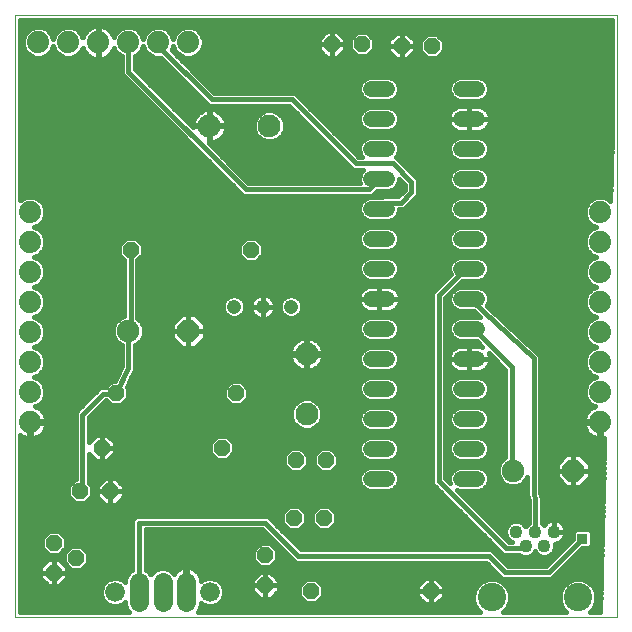
<source format=gbl>
G75*
%MOIN*%
%OFA0B0*%
%FSLAX25Y25*%
%IPPOS*%
%LPD*%
%AMOC8*
5,1,8,0,0,1.08239X$1,22.5*
%
%ADD10C,0.00000*%
%ADD11OC8,0.05200*%
%ADD12C,0.07500*%
%ADD13OC8,0.07500*%
%ADD14C,0.05200*%
%ADD15C,0.07400*%
%ADD16C,0.04756*%
%ADD17C,0.07600*%
%ADD18C,0.06496*%
%ADD19C,0.06600*%
%ADD20C,0.04362*%
%ADD21C,0.09449*%
%ADD22C,0.01600*%
%ADD23R,0.03562X0.03562*%
D10*
X0001800Y0007058D02*
X0001800Y0207846D01*
X0202587Y0207846D01*
X0202587Y0007058D01*
X0001800Y0007058D01*
D11*
X0014627Y0021814D03*
X0022127Y0026814D03*
X0014627Y0031814D03*
X0023574Y0048933D03*
X0033574Y0048933D03*
X0030647Y0063453D03*
X0035484Y0081561D03*
X0070647Y0063453D03*
X0075484Y0081561D03*
X0095332Y0059275D03*
X0105332Y0059275D03*
X0104736Y0040125D03*
X0094736Y0040125D03*
X0085217Y0027584D03*
X0085217Y0017584D03*
X0100323Y0015692D03*
X0140323Y0015692D03*
X0080329Y0129380D03*
X0040329Y0129380D03*
X0107417Y0197903D03*
X0117417Y0197903D03*
X0130629Y0197389D03*
X0140629Y0197389D03*
D12*
X0039591Y0102372D03*
X0167843Y0055860D03*
D13*
X0187843Y0055860D03*
X0059591Y0102372D03*
D14*
X0120607Y0103082D02*
X0125807Y0103082D01*
X0125807Y0093082D02*
X0120607Y0093082D01*
X0120607Y0083082D02*
X0125807Y0083082D01*
X0125807Y0073082D02*
X0120607Y0073082D01*
X0120607Y0063082D02*
X0125807Y0063082D01*
X0125807Y0053082D02*
X0120607Y0053082D01*
X0150607Y0053082D02*
X0155807Y0053082D01*
X0155807Y0063082D02*
X0150607Y0063082D01*
X0150607Y0073082D02*
X0155807Y0073082D01*
X0155807Y0083082D02*
X0150607Y0083082D01*
X0150607Y0093082D02*
X0155807Y0093082D01*
X0155807Y0103082D02*
X0150607Y0103082D01*
X0150607Y0113082D02*
X0155807Y0113082D01*
X0155807Y0123082D02*
X0150607Y0123082D01*
X0150607Y0133082D02*
X0155807Y0133082D01*
X0155807Y0143082D02*
X0150607Y0143082D01*
X0150607Y0153082D02*
X0155807Y0153082D01*
X0155807Y0163082D02*
X0150607Y0163082D01*
X0150607Y0173082D02*
X0155807Y0173082D01*
X0155807Y0183082D02*
X0150607Y0183082D01*
X0125807Y0183082D02*
X0120607Y0183082D01*
X0120607Y0173082D02*
X0125807Y0173082D01*
X0125807Y0163082D02*
X0120607Y0163082D01*
X0120607Y0153082D02*
X0125807Y0153082D01*
X0125807Y0143082D02*
X0120607Y0143082D01*
X0120607Y0133082D02*
X0125807Y0133082D01*
X0125807Y0123082D02*
X0120607Y0123082D01*
X0120607Y0113082D02*
X0125807Y0113082D01*
D15*
X0196800Y0112058D03*
X0196800Y0102058D03*
X0196800Y0092058D03*
X0196800Y0082058D03*
X0196800Y0072058D03*
X0196800Y0122058D03*
X0196800Y0132058D03*
X0196800Y0142058D03*
X0059521Y0198551D03*
X0049521Y0198551D03*
X0039521Y0198551D03*
X0029521Y0198551D03*
X0019521Y0198551D03*
X0009521Y0198551D03*
X0006800Y0142058D03*
X0006800Y0132058D03*
X0006800Y0122058D03*
X0006800Y0112058D03*
X0006800Y0102058D03*
X0006800Y0092058D03*
X0006800Y0082058D03*
X0006800Y0072058D03*
D16*
X0074785Y0110432D03*
X0084391Y0110432D03*
X0093785Y0110432D03*
D17*
X0098994Y0094716D03*
X0098994Y0074716D03*
X0086563Y0170746D03*
X0066563Y0170746D03*
D18*
X0058848Y0018633D02*
X0058848Y0012137D01*
X0050974Y0012137D02*
X0050974Y0018633D01*
X0043100Y0018633D02*
X0043100Y0012137D01*
D19*
X0035226Y0015385D03*
X0066722Y0015385D03*
D20*
X0168800Y0035502D03*
X0171950Y0030778D03*
X0175099Y0035502D03*
X0178249Y0030778D03*
X0181399Y0035502D03*
D21*
X0189469Y0013652D03*
X0160729Y0013652D03*
D22*
X0156664Y0018248D02*
X0143989Y0018248D01*
X0144723Y0017514D02*
X0142145Y0020092D01*
X0140323Y0020092D01*
X0140323Y0015692D01*
X0140323Y0015692D01*
X0144723Y0015692D01*
X0144723Y0017514D01*
X0144723Y0016649D02*
X0155342Y0016649D01*
X0155537Y0017121D02*
X0154605Y0014870D01*
X0154605Y0012433D01*
X0155537Y0010182D01*
X0156861Y0008858D01*
X0062705Y0008858D01*
X0063166Y0009492D01*
X0063526Y0010200D01*
X0063772Y0010955D01*
X0063872Y0011589D01*
X0064060Y0011401D01*
X0065787Y0010685D01*
X0067657Y0010685D01*
X0069384Y0011401D01*
X0070707Y0012723D01*
X0071422Y0014450D01*
X0071422Y0016320D01*
X0070707Y0018048D01*
X0069384Y0019370D01*
X0067657Y0020085D01*
X0065787Y0020085D01*
X0064060Y0019370D01*
X0063872Y0019182D01*
X0063772Y0019815D01*
X0063526Y0020571D01*
X0063166Y0021279D01*
X0062699Y0021922D01*
X0062137Y0022484D01*
X0061494Y0022951D01*
X0060786Y0023312D01*
X0060030Y0023557D01*
X0059245Y0023681D01*
X0059131Y0023681D01*
X0059131Y0015668D01*
X0058565Y0015668D01*
X0058565Y0023681D01*
X0058451Y0023681D01*
X0057666Y0023557D01*
X0056910Y0023312D01*
X0056202Y0022951D01*
X0055560Y0022484D01*
X0054998Y0021922D01*
X0054687Y0021494D01*
X0053607Y0022574D01*
X0051899Y0023281D01*
X0050050Y0023281D01*
X0048341Y0022574D01*
X0047037Y0021270D01*
X0045733Y0022574D01*
X0045300Y0022753D01*
X0045300Y0036251D01*
X0084218Y0036251D01*
X0094015Y0026454D01*
X0095304Y0025165D01*
X0158763Y0025165D01*
X0162941Y0020986D01*
X0164230Y0019698D01*
X0180607Y0019698D01*
X0190821Y0029911D01*
X0193252Y0029911D01*
X0194072Y0030731D01*
X0194072Y0035453D01*
X0193252Y0036273D01*
X0188530Y0036273D01*
X0187710Y0035453D01*
X0187710Y0033023D01*
X0178785Y0024098D01*
X0166053Y0024098D01*
X0160585Y0029565D01*
X0097127Y0029565D01*
X0087330Y0039362D01*
X0086041Y0040651D01*
X0042189Y0040651D01*
X0040900Y0039362D01*
X0040900Y0022753D01*
X0040467Y0022574D01*
X0039160Y0021266D01*
X0038452Y0019558D01*
X0038452Y0018806D01*
X0037888Y0019370D01*
X0036161Y0020085D01*
X0034291Y0020085D01*
X0032564Y0019370D01*
X0031242Y0018048D01*
X0030526Y0016320D01*
X0030526Y0014450D01*
X0031242Y0012723D01*
X0032564Y0011401D01*
X0034291Y0010685D01*
X0036161Y0010685D01*
X0037888Y0011401D01*
X0038452Y0011965D01*
X0038452Y0011213D01*
X0039160Y0009504D01*
X0039806Y0008858D01*
X0003600Y0008858D01*
X0003600Y0067585D01*
X0003917Y0067354D01*
X0004689Y0066961D01*
X0005512Y0066694D01*
X0006367Y0066558D01*
X0006600Y0066558D01*
X0006600Y0071858D01*
X0007000Y0071858D01*
X0007000Y0066558D01*
X0007233Y0066558D01*
X0008088Y0066694D01*
X0008911Y0066961D01*
X0009683Y0067354D01*
X0010383Y0067863D01*
X0010995Y0068475D01*
X0011504Y0069176D01*
X0011897Y0069947D01*
X0012165Y0070770D01*
X0012300Y0071625D01*
X0012300Y0071858D01*
X0007000Y0071858D01*
X0007000Y0072258D01*
X0012300Y0072258D01*
X0012300Y0072491D01*
X0012165Y0073346D01*
X0011897Y0074170D01*
X0011504Y0074941D01*
X0010995Y0075641D01*
X0010383Y0076253D01*
X0009683Y0076762D01*
X0008911Y0077155D01*
X0008563Y0077268D01*
X0009689Y0077735D01*
X0011124Y0079169D01*
X0011900Y0081044D01*
X0011900Y0083073D01*
X0011124Y0084947D01*
X0009689Y0086382D01*
X0008056Y0087058D01*
X0009689Y0087735D01*
X0011124Y0089169D01*
X0011900Y0091044D01*
X0011900Y0093073D01*
X0011124Y0094947D01*
X0009689Y0096382D01*
X0008056Y0097058D01*
X0009689Y0097735D01*
X0011124Y0099169D01*
X0011900Y0101044D01*
X0011900Y0103073D01*
X0011124Y0104947D01*
X0009689Y0106382D01*
X0008056Y0107058D01*
X0009689Y0107735D01*
X0011124Y0109169D01*
X0011900Y0111044D01*
X0011900Y0113073D01*
X0011124Y0114947D01*
X0009689Y0116382D01*
X0008056Y0117058D01*
X0009689Y0117735D01*
X0011124Y0119169D01*
X0011900Y0121044D01*
X0011900Y0123073D01*
X0011124Y0124947D01*
X0009689Y0126382D01*
X0008056Y0127058D01*
X0009689Y0127735D01*
X0011124Y0129169D01*
X0011900Y0131044D01*
X0011900Y0133073D01*
X0011124Y0134947D01*
X0009689Y0136382D01*
X0008056Y0137058D01*
X0009689Y0137735D01*
X0011124Y0139169D01*
X0011900Y0141044D01*
X0011900Y0143073D01*
X0011124Y0144947D01*
X0009689Y0146382D01*
X0007814Y0147158D01*
X0005786Y0147158D01*
X0003911Y0146382D01*
X0003600Y0146071D01*
X0003600Y0206046D01*
X0200787Y0206046D01*
X0200787Y0168418D01*
X0200230Y0145841D01*
X0199689Y0146382D01*
X0197814Y0147158D01*
X0195786Y0147158D01*
X0193911Y0146382D01*
X0192476Y0144947D01*
X0191700Y0143073D01*
X0191700Y0141044D01*
X0192476Y0139169D01*
X0193911Y0137735D01*
X0195544Y0137058D01*
X0193911Y0136382D01*
X0192476Y0134947D01*
X0191700Y0133073D01*
X0191700Y0131044D01*
X0192476Y0129169D01*
X0193911Y0127735D01*
X0195544Y0127058D01*
X0193911Y0126382D01*
X0192476Y0124947D01*
X0191700Y0123073D01*
X0191700Y0121044D01*
X0192476Y0119169D01*
X0193911Y0117735D01*
X0195544Y0117058D01*
X0193911Y0116382D01*
X0192476Y0114947D01*
X0191700Y0113073D01*
X0191700Y0111044D01*
X0192476Y0109169D01*
X0193911Y0107735D01*
X0195544Y0107058D01*
X0193911Y0106382D01*
X0192476Y0104947D01*
X0191700Y0103073D01*
X0191700Y0101044D01*
X0192476Y0099169D01*
X0193911Y0097735D01*
X0195544Y0097058D01*
X0193911Y0096382D01*
X0192476Y0094947D01*
X0191700Y0093073D01*
X0191700Y0091044D01*
X0192476Y0089169D01*
X0193911Y0087735D01*
X0195544Y0087058D01*
X0193911Y0086382D01*
X0192476Y0084947D01*
X0191700Y0083073D01*
X0191700Y0081044D01*
X0192476Y0079169D01*
X0193911Y0077735D01*
X0195037Y0077268D01*
X0194689Y0077155D01*
X0193917Y0076762D01*
X0193217Y0076253D01*
X0192605Y0075641D01*
X0192096Y0074941D01*
X0191703Y0074170D01*
X0191435Y0073346D01*
X0191300Y0072491D01*
X0191300Y0072258D01*
X0196600Y0072258D01*
X0196600Y0071858D01*
X0197000Y0071858D01*
X0197000Y0066558D01*
X0197233Y0066558D01*
X0198088Y0066694D01*
X0198275Y0066755D01*
X0196844Y0008858D01*
X0193337Y0008858D01*
X0194661Y0010182D01*
X0195594Y0012433D01*
X0195594Y0014870D01*
X0194661Y0017121D01*
X0192939Y0018844D01*
X0190688Y0019776D01*
X0188251Y0019776D01*
X0186000Y0018844D01*
X0184277Y0017121D01*
X0183345Y0014870D01*
X0183345Y0012433D01*
X0184277Y0010182D01*
X0185602Y0008858D01*
X0164597Y0008858D01*
X0165921Y0010182D01*
X0166854Y0012433D01*
X0166854Y0014870D01*
X0165921Y0017121D01*
X0164198Y0018844D01*
X0161947Y0019776D01*
X0159511Y0019776D01*
X0157260Y0018844D01*
X0155537Y0017121D01*
X0154680Y0015051D02*
X0144723Y0015051D01*
X0144723Y0015692D02*
X0140323Y0015692D01*
X0140323Y0015692D01*
X0140323Y0020092D01*
X0138500Y0020092D01*
X0135923Y0017514D01*
X0135923Y0015692D01*
X0140323Y0015692D01*
X0140323Y0015692D01*
X0140323Y0011292D01*
X0142145Y0011292D01*
X0144723Y0013869D01*
X0144723Y0015692D01*
X0144306Y0013452D02*
X0154605Y0013452D01*
X0154845Y0011854D02*
X0142707Y0011854D01*
X0140323Y0011854D02*
X0140323Y0011854D01*
X0140323Y0011292D02*
X0140323Y0015692D01*
X0140323Y0015692D01*
X0135923Y0015692D01*
X0135923Y0013869D01*
X0138500Y0011292D01*
X0140323Y0011292D01*
X0140323Y0013452D02*
X0140323Y0013452D01*
X0140323Y0015051D02*
X0140323Y0015051D01*
X0140323Y0016649D02*
X0140323Y0016649D01*
X0140323Y0018248D02*
X0140323Y0018248D01*
X0140323Y0019846D02*
X0140323Y0019846D01*
X0142391Y0019846D02*
X0164081Y0019846D01*
X0164794Y0018248D02*
X0185404Y0018248D01*
X0184082Y0016649D02*
X0166117Y0016649D01*
X0166779Y0015051D02*
X0183420Y0015051D01*
X0183345Y0013452D02*
X0166854Y0013452D01*
X0166614Y0011854D02*
X0183585Y0011854D01*
X0184247Y0010255D02*
X0165951Y0010255D01*
X0155507Y0010255D02*
X0063544Y0010255D01*
X0069837Y0011854D02*
X0098504Y0011854D01*
X0098666Y0011692D02*
X0101980Y0011692D01*
X0104323Y0014035D01*
X0104323Y0017349D01*
X0101980Y0019692D01*
X0098666Y0019692D01*
X0096323Y0017349D01*
X0096323Y0014035D01*
X0098666Y0011692D01*
X0096905Y0013452D02*
X0087307Y0013452D01*
X0087040Y0013184D02*
X0089617Y0015762D01*
X0089617Y0017584D01*
X0085217Y0017584D01*
X0085217Y0017584D01*
X0085217Y0013184D01*
X0083395Y0013184D01*
X0080817Y0015762D01*
X0080817Y0017584D01*
X0085217Y0017584D01*
X0085217Y0013184D01*
X0087040Y0013184D01*
X0085217Y0013452D02*
X0085217Y0013452D01*
X0085217Y0015051D02*
X0085217Y0015051D01*
X0085217Y0016649D02*
X0085217Y0016649D01*
X0085217Y0017584D02*
X0085217Y0017585D01*
X0085217Y0021984D01*
X0083395Y0021984D01*
X0080817Y0019407D01*
X0080817Y0017585D01*
X0085217Y0017585D01*
X0085217Y0017585D01*
X0085217Y0021984D01*
X0087040Y0021984D01*
X0089617Y0019407D01*
X0089617Y0017585D01*
X0085217Y0017585D01*
X0085217Y0017584D01*
X0085217Y0018248D02*
X0085217Y0018248D01*
X0085217Y0019846D02*
X0085217Y0019846D01*
X0085217Y0021445D02*
X0085217Y0021445D01*
X0082855Y0021445D02*
X0063045Y0021445D01*
X0063762Y0019846D02*
X0065210Y0019846D01*
X0068234Y0019846D02*
X0081256Y0019846D01*
X0080817Y0018248D02*
X0070506Y0018248D01*
X0071286Y0016649D02*
X0080817Y0016649D01*
X0081528Y0015051D02*
X0071422Y0015051D01*
X0071009Y0013452D02*
X0083127Y0013452D01*
X0088906Y0015051D02*
X0096323Y0015051D01*
X0096323Y0016649D02*
X0089617Y0016649D01*
X0089617Y0018248D02*
X0097222Y0018248D01*
X0103424Y0018248D02*
X0136656Y0018248D01*
X0135923Y0016649D02*
X0104323Y0016649D01*
X0104323Y0015051D02*
X0135923Y0015051D01*
X0136340Y0013452D02*
X0103740Y0013452D01*
X0102142Y0011854D02*
X0137938Y0011854D01*
X0138255Y0019846D02*
X0089178Y0019846D01*
X0087579Y0021445D02*
X0162483Y0021445D01*
X0160884Y0023043D02*
X0061312Y0023043D01*
X0059131Y0023043D02*
X0058565Y0023043D01*
X0058565Y0021445D02*
X0059131Y0021445D01*
X0059131Y0019846D02*
X0058565Y0019846D01*
X0058565Y0018248D02*
X0059131Y0018248D01*
X0059131Y0016649D02*
X0058565Y0016649D01*
X0056384Y0023043D02*
X0052473Y0023043D01*
X0049475Y0023043D02*
X0045300Y0023043D01*
X0045300Y0024642D02*
X0082503Y0024642D01*
X0083560Y0023584D02*
X0086874Y0023584D01*
X0089217Y0025928D01*
X0089217Y0029241D01*
X0086874Y0031584D01*
X0083560Y0031584D01*
X0081217Y0029241D01*
X0081217Y0025928D01*
X0083560Y0023584D01*
X0081217Y0026240D02*
X0045300Y0026240D01*
X0045300Y0027839D02*
X0081217Y0027839D01*
X0081413Y0029437D02*
X0045300Y0029437D01*
X0045300Y0031036D02*
X0083012Y0031036D01*
X0087423Y0031036D02*
X0089433Y0031036D01*
X0089021Y0029437D02*
X0091032Y0029437D01*
X0092630Y0027839D02*
X0089217Y0027839D01*
X0089217Y0026240D02*
X0094229Y0026240D01*
X0094015Y0026454D02*
X0094015Y0026454D01*
X0096215Y0027365D02*
X0159674Y0027365D01*
X0165141Y0021898D01*
X0179696Y0021898D01*
X0190891Y0033092D01*
X0190347Y0029437D02*
X0197353Y0029437D01*
X0197314Y0027839D02*
X0188749Y0027839D01*
X0187150Y0026240D02*
X0197274Y0026240D01*
X0197235Y0024642D02*
X0185552Y0024642D01*
X0183953Y0023043D02*
X0197195Y0023043D01*
X0197156Y0021445D02*
X0182355Y0021445D01*
X0180756Y0019846D02*
X0197116Y0019846D01*
X0197077Y0018248D02*
X0193534Y0018248D01*
X0194857Y0016649D02*
X0197037Y0016649D01*
X0196998Y0015051D02*
X0195519Y0015051D01*
X0195594Y0013452D02*
X0196958Y0013452D01*
X0196919Y0011854D02*
X0195354Y0011854D01*
X0194692Y0010255D02*
X0196879Y0010255D01*
X0180928Y0026240D02*
X0163910Y0026240D01*
X0164490Y0027768D02*
X0163201Y0029057D01*
X0140833Y0051425D01*
X0140833Y0115230D01*
X0142122Y0116519D01*
X0142122Y0116519D01*
X0146983Y0121380D01*
X0146607Y0122287D01*
X0146607Y0123878D01*
X0147216Y0125348D01*
X0129198Y0125348D01*
X0128073Y0126474D01*
X0126603Y0127082D01*
X0119811Y0127082D01*
X0118341Y0126474D01*
X0117216Y0125348D01*
X0042529Y0125348D01*
X0042529Y0125923D02*
X0044329Y0127723D01*
X0044329Y0131036D01*
X0041986Y0133380D01*
X0038673Y0133380D01*
X0036329Y0131036D01*
X0036329Y0127723D01*
X0038129Y0125923D01*
X0038129Y0107341D01*
X0036674Y0106738D01*
X0035225Y0105289D01*
X0034441Y0103396D01*
X0034441Y0101347D01*
X0035225Y0099455D01*
X0036674Y0098006D01*
X0037391Y0097709D01*
X0037391Y0090543D01*
X0034978Y0085561D01*
X0033828Y0085561D01*
X0031927Y0083660D01*
X0031083Y0083636D01*
X0030203Y0083636D01*
X0030177Y0083611D01*
X0030141Y0083610D01*
X0029536Y0082970D01*
X0023253Y0076687D01*
X0021964Y0075398D01*
X0021964Y0052933D01*
X0021917Y0052933D01*
X0019574Y0050590D01*
X0019574Y0047276D01*
X0021917Y0044933D01*
X0025230Y0044933D01*
X0027574Y0047276D01*
X0027574Y0050590D01*
X0026364Y0051799D01*
X0026364Y0061513D01*
X0028824Y0059053D01*
X0030647Y0059053D01*
X0032469Y0059053D01*
X0035047Y0061630D01*
X0035047Y0063453D01*
X0035047Y0065275D01*
X0032469Y0067853D01*
X0030647Y0067853D01*
X0030647Y0063453D01*
X0030647Y0063453D01*
X0035047Y0063453D01*
X0030647Y0063453D01*
X0030647Y0063453D01*
X0030647Y0067853D01*
X0028824Y0067853D01*
X0026364Y0065393D01*
X0026364Y0073575D01*
X0032051Y0079262D01*
X0032124Y0079264D01*
X0033828Y0077561D01*
X0037141Y0077561D01*
X0039484Y0079904D01*
X0039484Y0083218D01*
X0038977Y0083725D01*
X0041409Y0088745D01*
X0041791Y0089127D01*
X0041791Y0089533D01*
X0041968Y0089899D01*
X0041791Y0090409D01*
X0041791Y0097709D01*
X0042508Y0098006D01*
X0043957Y0099455D01*
X0044741Y0101347D01*
X0044741Y0103396D01*
X0043957Y0105289D01*
X0042529Y0106717D01*
X0042529Y0125923D01*
X0043553Y0126947D02*
X0077106Y0126947D01*
X0076329Y0127723D02*
X0078673Y0125380D01*
X0081986Y0125380D01*
X0084329Y0127723D01*
X0084329Y0131036D01*
X0081986Y0133380D01*
X0078673Y0133380D01*
X0076329Y0131036D01*
X0076329Y0127723D01*
X0076329Y0128545D02*
X0044329Y0128545D01*
X0044329Y0130144D02*
X0076329Y0130144D01*
X0077035Y0131742D02*
X0043624Y0131742D01*
X0042025Y0133341D02*
X0078634Y0133341D01*
X0082025Y0133341D02*
X0116607Y0133341D01*
X0116607Y0133878D02*
X0116607Y0132287D01*
X0117216Y0130817D01*
X0118341Y0129691D01*
X0119811Y0129082D01*
X0126603Y0129082D01*
X0128073Y0129691D01*
X0129198Y0130817D01*
X0129807Y0132287D01*
X0129807Y0133878D01*
X0129198Y0135348D01*
X0128073Y0136474D01*
X0126603Y0137082D01*
X0119811Y0137082D01*
X0118341Y0136474D01*
X0117216Y0135348D01*
X0116607Y0133878D01*
X0117047Y0134939D02*
X0011127Y0134939D01*
X0011789Y0133341D02*
X0038634Y0133341D01*
X0037035Y0131742D02*
X0011900Y0131742D01*
X0011527Y0130144D02*
X0036329Y0130144D01*
X0036329Y0128545D02*
X0010499Y0128545D01*
X0008325Y0126947D02*
X0037106Y0126947D01*
X0038129Y0125348D02*
X0010723Y0125348D01*
X0011620Y0123750D02*
X0038129Y0123750D01*
X0038129Y0122151D02*
X0011900Y0122151D01*
X0011697Y0120553D02*
X0038129Y0120553D01*
X0038129Y0118954D02*
X0010908Y0118954D01*
X0008774Y0117356D02*
X0038129Y0117356D01*
X0038129Y0115757D02*
X0010314Y0115757D01*
X0011450Y0114159D02*
X0038129Y0114159D01*
X0038129Y0112560D02*
X0011900Y0112560D01*
X0011866Y0110961D02*
X0038129Y0110961D01*
X0038129Y0109363D02*
X0011204Y0109363D01*
X0009719Y0107764D02*
X0038129Y0107764D01*
X0036102Y0106166D02*
X0009905Y0106166D01*
X0011281Y0104567D02*
X0034926Y0104567D01*
X0034441Y0102969D02*
X0011900Y0102969D01*
X0011900Y0101370D02*
X0034441Y0101370D01*
X0035094Y0099772D02*
X0011373Y0099772D01*
X0010128Y0098173D02*
X0036506Y0098173D01*
X0037391Y0096575D02*
X0009223Y0096575D01*
X0011094Y0094976D02*
X0037391Y0094976D01*
X0037391Y0093378D02*
X0011774Y0093378D01*
X0011900Y0091779D02*
X0037391Y0091779D01*
X0037216Y0090181D02*
X0011543Y0090181D01*
X0010537Y0088582D02*
X0036441Y0088582D01*
X0035667Y0086984D02*
X0008236Y0086984D01*
X0010685Y0085385D02*
X0033652Y0085385D01*
X0032054Y0083787D02*
X0011604Y0083787D01*
X0011900Y0082188D02*
X0028755Y0082188D01*
X0027156Y0080590D02*
X0011712Y0080590D01*
X0010945Y0078991D02*
X0025558Y0078991D01*
X0023959Y0077393D02*
X0008863Y0077393D01*
X0010842Y0075794D02*
X0022361Y0075794D01*
X0021964Y0074196D02*
X0011884Y0074196D01*
X0012283Y0072597D02*
X0021964Y0072597D01*
X0021964Y0070999D02*
X0012201Y0070999D01*
X0011618Y0069400D02*
X0021964Y0069400D01*
X0021964Y0067802D02*
X0010298Y0067802D01*
X0007000Y0067802D02*
X0006600Y0067802D01*
X0006600Y0069400D02*
X0007000Y0069400D01*
X0007000Y0070999D02*
X0006600Y0070999D01*
X0003600Y0066203D02*
X0021964Y0066203D01*
X0021964Y0064605D02*
X0003600Y0064605D01*
X0003600Y0063006D02*
X0021964Y0063006D01*
X0021964Y0061408D02*
X0003600Y0061408D01*
X0003600Y0059809D02*
X0021964Y0059809D01*
X0021964Y0058211D02*
X0003600Y0058211D01*
X0003600Y0056612D02*
X0021964Y0056612D01*
X0021964Y0055014D02*
X0003600Y0055014D01*
X0003600Y0053415D02*
X0021964Y0053415D01*
X0020801Y0051817D02*
X0003600Y0051817D01*
X0003600Y0050218D02*
X0019574Y0050218D01*
X0019574Y0048620D02*
X0003600Y0048620D01*
X0003600Y0047021D02*
X0019828Y0047021D01*
X0021427Y0045423D02*
X0003600Y0045423D01*
X0003600Y0043824D02*
X0092778Y0043824D01*
X0093079Y0044125D02*
X0090736Y0041781D01*
X0090736Y0038468D01*
X0093079Y0036125D01*
X0096393Y0036125D01*
X0098736Y0038468D01*
X0098736Y0041781D01*
X0096393Y0044125D01*
X0093079Y0044125D01*
X0091180Y0042225D02*
X0003600Y0042225D01*
X0003600Y0040627D02*
X0042165Y0040627D01*
X0040900Y0039028D02*
X0003600Y0039028D01*
X0003600Y0037430D02*
X0040900Y0037430D01*
X0040900Y0035831D02*
X0003600Y0035831D01*
X0003600Y0034233D02*
X0011389Y0034233D01*
X0010627Y0033471D02*
X0010627Y0030157D01*
X0012970Y0027814D01*
X0016284Y0027814D01*
X0018627Y0030157D01*
X0018627Y0033471D01*
X0016284Y0035814D01*
X0012970Y0035814D01*
X0010627Y0033471D01*
X0010627Y0032634D02*
X0003600Y0032634D01*
X0003600Y0031036D02*
X0010627Y0031036D01*
X0011347Y0029437D02*
X0003600Y0029437D01*
X0003600Y0027839D02*
X0012946Y0027839D01*
X0012805Y0026214D02*
X0010227Y0023637D01*
X0010227Y0021814D01*
X0010227Y0019992D01*
X0012805Y0017414D01*
X0014627Y0017414D01*
X0014627Y0021814D01*
X0010227Y0021814D01*
X0014627Y0021814D01*
X0014627Y0021814D01*
X0014627Y0021814D01*
X0014627Y0017414D01*
X0016450Y0017414D01*
X0019027Y0019992D01*
X0019027Y0021814D01*
X0014627Y0021814D01*
X0014627Y0026214D01*
X0012805Y0026214D01*
X0014627Y0026214D02*
X0014627Y0021814D01*
X0014627Y0021814D01*
X0014627Y0021814D01*
X0019027Y0021814D01*
X0019027Y0023637D01*
X0016450Y0026214D01*
X0014627Y0026214D01*
X0014627Y0024642D02*
X0014627Y0024642D01*
X0014627Y0023043D02*
X0014627Y0023043D01*
X0014627Y0021445D02*
X0014627Y0021445D01*
X0014627Y0019846D02*
X0014627Y0019846D01*
X0014627Y0018248D02*
X0014627Y0018248D01*
X0017283Y0018248D02*
X0031442Y0018248D01*
X0030662Y0016649D02*
X0003600Y0016649D01*
X0003600Y0015051D02*
X0030526Y0015051D01*
X0030940Y0013452D02*
X0003600Y0013452D01*
X0003600Y0011854D02*
X0032111Y0011854D01*
X0038341Y0011854D02*
X0038452Y0011854D01*
X0038849Y0010255D02*
X0003600Y0010255D01*
X0003600Y0018248D02*
X0011971Y0018248D01*
X0010372Y0019846D02*
X0003600Y0019846D01*
X0003600Y0021445D02*
X0010227Y0021445D01*
X0010227Y0023043D02*
X0003600Y0023043D01*
X0003600Y0024642D02*
X0011232Y0024642D01*
X0016309Y0027839D02*
X0018127Y0027839D01*
X0018127Y0028471D02*
X0018127Y0025157D01*
X0020470Y0022814D01*
X0023784Y0022814D01*
X0026127Y0025157D01*
X0026127Y0028471D01*
X0023784Y0030814D01*
X0020470Y0030814D01*
X0018127Y0028471D01*
X0017907Y0029437D02*
X0019094Y0029437D01*
X0018627Y0031036D02*
X0040900Y0031036D01*
X0040900Y0032634D02*
X0018627Y0032634D01*
X0017865Y0034233D02*
X0040900Y0034233D01*
X0045300Y0034233D02*
X0086236Y0034233D01*
X0084638Y0035831D02*
X0045300Y0035831D01*
X0043100Y0038451D02*
X0043100Y0015385D01*
X0038572Y0019846D02*
X0036738Y0019846D01*
X0033714Y0019846D02*
X0018882Y0019846D01*
X0019027Y0021445D02*
X0039338Y0021445D01*
X0040900Y0023043D02*
X0024013Y0023043D01*
X0025612Y0024642D02*
X0040900Y0024642D01*
X0040900Y0026240D02*
X0026127Y0026240D01*
X0026127Y0027839D02*
X0040900Y0027839D01*
X0040900Y0029437D02*
X0025161Y0029437D01*
X0020241Y0023043D02*
X0019027Y0023043D01*
X0018643Y0024642D02*
X0018022Y0024642D01*
X0018127Y0026240D02*
X0003600Y0026240D01*
X0025720Y0045423D02*
X0030861Y0045423D01*
X0031751Y0044533D02*
X0033574Y0044533D01*
X0035396Y0044533D01*
X0037974Y0047110D01*
X0037974Y0048933D01*
X0037974Y0050755D01*
X0035396Y0053333D01*
X0033574Y0053333D01*
X0033574Y0048933D01*
X0037974Y0048933D01*
X0033574Y0048933D01*
X0033574Y0048933D01*
X0033574Y0048933D01*
X0033574Y0053333D01*
X0031751Y0053333D01*
X0029174Y0050755D01*
X0029174Y0048933D01*
X0033573Y0048933D01*
X0033573Y0048933D01*
X0029174Y0048933D01*
X0029174Y0047110D01*
X0031751Y0044533D01*
X0033574Y0044533D02*
X0033574Y0048933D01*
X0033574Y0044533D01*
X0033574Y0045423D02*
X0033574Y0045423D01*
X0033574Y0047021D02*
X0033574Y0047021D01*
X0033574Y0048620D02*
X0033574Y0048620D01*
X0033574Y0048933D02*
X0033574Y0048933D01*
X0033574Y0050218D02*
X0033574Y0050218D01*
X0033574Y0051817D02*
X0033574Y0051817D01*
X0036912Y0051817D02*
X0116802Y0051817D01*
X0116607Y0052287D02*
X0117216Y0050817D01*
X0118341Y0049691D01*
X0119811Y0049082D01*
X0126603Y0049082D01*
X0128073Y0049691D01*
X0129198Y0050817D01*
X0129807Y0052287D01*
X0129807Y0053878D01*
X0129198Y0055348D01*
X0128073Y0056474D01*
X0126603Y0057082D01*
X0119811Y0057082D01*
X0118341Y0056474D01*
X0117216Y0055348D01*
X0116607Y0053878D01*
X0116607Y0052287D01*
X0116607Y0053415D02*
X0026364Y0053415D01*
X0026364Y0051817D02*
X0030235Y0051817D01*
X0029174Y0050218D02*
X0027574Y0050218D01*
X0027574Y0048620D02*
X0029174Y0048620D01*
X0029263Y0047021D02*
X0027319Y0047021D01*
X0024164Y0049523D02*
X0023574Y0048933D01*
X0024164Y0049523D02*
X0024164Y0074487D01*
X0031114Y0081436D01*
X0035484Y0081561D01*
X0039591Y0090038D01*
X0039591Y0102372D01*
X0040329Y0103110D01*
X0040329Y0129380D01*
X0042529Y0123750D02*
X0116607Y0123750D01*
X0116607Y0123878D02*
X0116607Y0122287D01*
X0117216Y0120817D01*
X0118341Y0119691D01*
X0119811Y0119082D01*
X0126603Y0119082D01*
X0128073Y0119691D01*
X0129198Y0120817D01*
X0129807Y0122287D01*
X0129807Y0123878D01*
X0129198Y0125348D01*
X0129807Y0123750D02*
X0146607Y0123750D01*
X0146663Y0122151D02*
X0129751Y0122151D01*
X0128934Y0120553D02*
X0146156Y0120553D01*
X0144557Y0118954D02*
X0042529Y0118954D01*
X0042529Y0117356D02*
X0119520Y0117356D01*
X0119577Y0117374D02*
X0118918Y0117160D01*
X0118301Y0116846D01*
X0117741Y0116439D01*
X0117251Y0115949D01*
X0116844Y0115389D01*
X0116529Y0114771D01*
X0116315Y0114113D01*
X0116207Y0113429D01*
X0116207Y0113083D01*
X0123207Y0113083D01*
X0123207Y0117482D01*
X0120261Y0117482D01*
X0119577Y0117374D01*
X0117112Y0115757D02*
X0042529Y0115757D01*
X0042529Y0114159D02*
X0073909Y0114159D01*
X0074033Y0114210D02*
X0072645Y0113635D01*
X0071582Y0112572D01*
X0071007Y0111184D01*
X0071007Y0109681D01*
X0071582Y0108292D01*
X0072645Y0107229D01*
X0074033Y0106654D01*
X0075536Y0106654D01*
X0076925Y0107229D01*
X0077988Y0108292D01*
X0078563Y0109681D01*
X0078563Y0111184D01*
X0077988Y0112572D01*
X0076925Y0113635D01*
X0075536Y0114210D01*
X0074033Y0114210D01*
X0075661Y0114159D02*
X0082502Y0114159D01*
X0082787Y0114304D02*
X0082201Y0114005D01*
X0081669Y0113619D01*
X0081204Y0113154D01*
X0080818Y0112622D01*
X0080519Y0112036D01*
X0080316Y0111410D01*
X0080213Y0110761D01*
X0080213Y0110432D01*
X0080213Y0110103D01*
X0080316Y0109454D01*
X0080519Y0108828D01*
X0080818Y0108242D01*
X0081204Y0107710D01*
X0081669Y0107245D01*
X0082201Y0106859D01*
X0082787Y0106560D01*
X0083413Y0106357D01*
X0084062Y0106254D01*
X0084391Y0106254D01*
X0084391Y0110432D01*
X0080213Y0110432D01*
X0084391Y0110432D01*
X0084391Y0110432D01*
X0084391Y0110432D01*
X0084391Y0106254D01*
X0084720Y0106254D01*
X0085369Y0106357D01*
X0085995Y0106560D01*
X0086581Y0106859D01*
X0087113Y0107245D01*
X0087578Y0107710D01*
X0087964Y0108242D01*
X0088263Y0108828D01*
X0088466Y0109454D01*
X0088569Y0110103D01*
X0088569Y0110432D01*
X0084391Y0110432D01*
X0084391Y0114610D01*
X0084062Y0114610D01*
X0083413Y0114507D01*
X0082787Y0114304D01*
X0084391Y0114159D02*
X0084391Y0114159D01*
X0084391Y0114610D02*
X0084720Y0114610D01*
X0085369Y0114507D01*
X0085995Y0114304D01*
X0086581Y0114005D01*
X0087113Y0113619D01*
X0087578Y0113154D01*
X0087964Y0112622D01*
X0088263Y0112036D01*
X0088466Y0111410D01*
X0088569Y0110761D01*
X0088569Y0110432D01*
X0084391Y0110432D01*
X0084391Y0110432D01*
X0084391Y0110432D01*
X0084391Y0114610D01*
X0086280Y0114159D02*
X0092909Y0114159D01*
X0093033Y0114210D02*
X0091645Y0113635D01*
X0090582Y0112572D01*
X0090007Y0111184D01*
X0090007Y0109681D01*
X0090582Y0108292D01*
X0091645Y0107229D01*
X0093033Y0106654D01*
X0094536Y0106654D01*
X0095925Y0107229D01*
X0096988Y0108292D01*
X0097563Y0109681D01*
X0097563Y0111184D01*
X0096988Y0112572D01*
X0095925Y0113635D01*
X0094536Y0114210D01*
X0093033Y0114210D01*
X0094661Y0114159D02*
X0116330Y0114159D01*
X0116207Y0113082D02*
X0116207Y0112736D01*
X0116315Y0112052D01*
X0116529Y0111393D01*
X0116844Y0110776D01*
X0117251Y0110216D01*
X0117741Y0109726D01*
X0118301Y0109319D01*
X0118918Y0109005D01*
X0119577Y0108791D01*
X0120261Y0108682D01*
X0123207Y0108682D01*
X0123207Y0113082D01*
X0123207Y0113082D01*
X0123207Y0108682D01*
X0126153Y0108682D01*
X0126837Y0108791D01*
X0127496Y0109005D01*
X0128113Y0109319D01*
X0128673Y0109726D01*
X0129163Y0110216D01*
X0129570Y0110776D01*
X0129885Y0111393D01*
X0130099Y0112052D01*
X0130207Y0112736D01*
X0130207Y0113082D01*
X0123207Y0113082D01*
X0116207Y0113082D01*
X0116235Y0112560D02*
X0096993Y0112560D01*
X0097563Y0110961D02*
X0116750Y0110961D01*
X0118241Y0109363D02*
X0097431Y0109363D01*
X0096460Y0107764D02*
X0140833Y0107764D01*
X0140833Y0106166D02*
X0128380Y0106166D01*
X0128073Y0106474D02*
X0126603Y0107082D01*
X0119811Y0107082D01*
X0118341Y0106474D01*
X0117216Y0105348D01*
X0116607Y0103878D01*
X0116607Y0102287D01*
X0117216Y0100817D01*
X0118341Y0099691D01*
X0119811Y0099082D01*
X0126603Y0099082D01*
X0128073Y0099691D01*
X0129198Y0100817D01*
X0129807Y0102287D01*
X0129807Y0103878D01*
X0129198Y0105348D01*
X0128073Y0106474D01*
X0129522Y0104567D02*
X0140833Y0104567D01*
X0140833Y0102969D02*
X0129807Y0102969D01*
X0129427Y0101370D02*
X0140833Y0101370D01*
X0140833Y0099772D02*
X0128153Y0099772D01*
X0126603Y0097082D02*
X0128073Y0096474D01*
X0129198Y0095348D01*
X0129807Y0093878D01*
X0129807Y0092287D01*
X0129198Y0090817D01*
X0128073Y0089691D01*
X0126603Y0089082D01*
X0119811Y0089082D01*
X0118341Y0089691D01*
X0117216Y0090817D01*
X0116607Y0092287D01*
X0116607Y0093878D01*
X0117216Y0095348D01*
X0118341Y0096474D01*
X0119811Y0097082D01*
X0126603Y0097082D01*
X0127828Y0096575D02*
X0140833Y0096575D01*
X0140833Y0098173D02*
X0103404Y0098173D01*
X0103265Y0098364D02*
X0102642Y0098987D01*
X0101929Y0099505D01*
X0101143Y0099905D01*
X0100305Y0100178D01*
X0099435Y0100316D01*
X0099194Y0100316D01*
X0099194Y0094916D01*
X0098794Y0094916D01*
X0098794Y0100316D01*
X0098553Y0100316D01*
X0097682Y0100178D01*
X0096844Y0099905D01*
X0096059Y0099505D01*
X0095346Y0098987D01*
X0094722Y0098364D01*
X0094204Y0097651D01*
X0093804Y0096865D01*
X0093532Y0096027D01*
X0093394Y0095156D01*
X0093394Y0094916D01*
X0098794Y0094916D01*
X0098794Y0094516D01*
X0093394Y0094516D01*
X0093394Y0094275D01*
X0093532Y0093404D01*
X0093804Y0092566D01*
X0094204Y0091781D01*
X0094722Y0091068D01*
X0095346Y0090444D01*
X0096059Y0089926D01*
X0096844Y0089526D01*
X0097682Y0089254D01*
X0098553Y0089116D01*
X0098794Y0089116D01*
X0098794Y0094516D01*
X0099194Y0094516D01*
X0099194Y0094916D01*
X0104594Y0094916D01*
X0104594Y0095156D01*
X0104456Y0096027D01*
X0104184Y0096865D01*
X0103783Y0097651D01*
X0103265Y0098364D01*
X0104278Y0096575D02*
X0118586Y0096575D01*
X0117062Y0094976D02*
X0104594Y0094976D01*
X0104594Y0094516D02*
X0099194Y0094516D01*
X0099194Y0089116D01*
X0099435Y0089116D01*
X0100305Y0089254D01*
X0101143Y0089526D01*
X0101929Y0089926D01*
X0102642Y0090444D01*
X0103265Y0091068D01*
X0103783Y0091781D01*
X0104184Y0092566D01*
X0104456Y0093404D01*
X0104594Y0094275D01*
X0104594Y0094516D01*
X0104447Y0093378D02*
X0116607Y0093378D01*
X0116817Y0091779D02*
X0103782Y0091779D01*
X0102279Y0090181D02*
X0117852Y0090181D01*
X0119573Y0086984D02*
X0040556Y0086984D01*
X0041331Y0088582D02*
X0140833Y0088582D01*
X0140833Y0086984D02*
X0126841Y0086984D01*
X0126603Y0087082D02*
X0128073Y0086474D01*
X0129198Y0085348D01*
X0129807Y0083878D01*
X0129807Y0082287D01*
X0129198Y0080817D01*
X0128073Y0079691D01*
X0126603Y0079082D01*
X0119811Y0079082D01*
X0118341Y0079691D01*
X0117216Y0080817D01*
X0116607Y0082287D01*
X0116607Y0083878D01*
X0117216Y0085348D01*
X0118341Y0086474D01*
X0119811Y0087082D01*
X0126603Y0087082D01*
X0129161Y0085385D02*
X0140833Y0085385D01*
X0140833Y0083787D02*
X0129807Y0083787D01*
X0129766Y0082188D02*
X0140833Y0082188D01*
X0140833Y0080590D02*
X0128971Y0080590D01*
X0128073Y0076474D02*
X0126603Y0077082D01*
X0119811Y0077082D01*
X0118341Y0076474D01*
X0117216Y0075348D01*
X0116607Y0073878D01*
X0116607Y0072287D01*
X0117216Y0070817D01*
X0118341Y0069691D01*
X0119811Y0069082D01*
X0126603Y0069082D01*
X0128073Y0069691D01*
X0129198Y0070817D01*
X0129807Y0072287D01*
X0129807Y0073878D01*
X0129198Y0075348D01*
X0128073Y0076474D01*
X0128752Y0075794D02*
X0140833Y0075794D01*
X0140833Y0074196D02*
X0129676Y0074196D01*
X0129807Y0072597D02*
X0140833Y0072597D01*
X0140833Y0070999D02*
X0129274Y0070999D01*
X0127370Y0069400D02*
X0140833Y0069400D01*
X0140833Y0067802D02*
X0032520Y0067802D01*
X0030647Y0067802D02*
X0030647Y0067802D01*
X0030647Y0066203D02*
X0030647Y0066203D01*
X0030647Y0064605D02*
X0030647Y0064605D01*
X0030647Y0063452D02*
X0030647Y0059053D01*
X0030647Y0063452D01*
X0030647Y0063452D01*
X0030647Y0063006D02*
X0030647Y0063006D01*
X0030647Y0061408D02*
X0030647Y0061408D01*
X0030647Y0059809D02*
X0030647Y0059809D01*
X0033226Y0059809D02*
X0068633Y0059809D01*
X0068990Y0059453D02*
X0072304Y0059453D01*
X0074647Y0061796D01*
X0074647Y0065109D01*
X0072304Y0067453D01*
X0068990Y0067453D01*
X0066647Y0065109D01*
X0066647Y0061796D01*
X0068990Y0059453D01*
X0067035Y0061408D02*
X0034824Y0061408D01*
X0035047Y0063006D02*
X0066647Y0063006D01*
X0066647Y0064605D02*
X0035047Y0064605D01*
X0034119Y0066203D02*
X0067740Y0066203D01*
X0073553Y0066203D02*
X0118071Y0066203D01*
X0118341Y0066474D02*
X0117216Y0065348D01*
X0116607Y0063878D01*
X0116607Y0062287D01*
X0117216Y0060817D01*
X0118341Y0059691D01*
X0119811Y0059082D01*
X0126603Y0059082D01*
X0128073Y0059691D01*
X0129198Y0060817D01*
X0129807Y0062287D01*
X0129807Y0063878D01*
X0129198Y0065348D01*
X0128073Y0066474D01*
X0126603Y0067082D01*
X0119811Y0067082D01*
X0118341Y0066474D01*
X0116908Y0064605D02*
X0074647Y0064605D01*
X0074647Y0063006D02*
X0093406Y0063006D01*
X0093676Y0063275D02*
X0091332Y0060932D01*
X0091332Y0057618D01*
X0093676Y0055275D01*
X0096989Y0055275D01*
X0099332Y0057618D01*
X0099332Y0060932D01*
X0096989Y0063275D01*
X0093676Y0063275D01*
X0091808Y0061408D02*
X0074259Y0061408D01*
X0072660Y0059809D02*
X0091332Y0059809D01*
X0091332Y0058211D02*
X0026364Y0058211D01*
X0026364Y0059809D02*
X0028068Y0059809D01*
X0026469Y0061408D02*
X0026364Y0061408D01*
X0026364Y0066203D02*
X0027175Y0066203D01*
X0026364Y0067802D02*
X0028773Y0067802D01*
X0026364Y0069400D02*
X0119044Y0069400D01*
X0117141Y0070999D02*
X0102631Y0070999D01*
X0101939Y0070307D02*
X0103402Y0071770D01*
X0104194Y0073681D01*
X0104194Y0075750D01*
X0103402Y0077661D01*
X0101939Y0079124D01*
X0100028Y0079916D01*
X0097959Y0079916D01*
X0096048Y0079124D01*
X0094585Y0077661D01*
X0093794Y0075750D01*
X0093794Y0073681D01*
X0094585Y0071770D01*
X0096048Y0070307D01*
X0097959Y0069516D01*
X0100028Y0069516D01*
X0101939Y0070307D01*
X0103745Y0072597D02*
X0116607Y0072597D01*
X0116739Y0074196D02*
X0104194Y0074196D01*
X0104176Y0075794D02*
X0117662Y0075794D01*
X0117443Y0080590D02*
X0079484Y0080590D01*
X0079484Y0079904D02*
X0077141Y0077561D01*
X0073828Y0077561D01*
X0071484Y0079904D01*
X0071484Y0083218D01*
X0073828Y0085561D01*
X0077141Y0085561D01*
X0079484Y0083218D01*
X0079484Y0079904D01*
X0078572Y0078991D02*
X0095915Y0078991D01*
X0094474Y0077393D02*
X0030182Y0077393D01*
X0031780Y0078991D02*
X0032397Y0078991D01*
X0028583Y0075794D02*
X0093812Y0075794D01*
X0093794Y0074196D02*
X0026985Y0074196D01*
X0026364Y0072597D02*
X0094243Y0072597D01*
X0095357Y0070999D02*
X0026364Y0070999D01*
X0026364Y0056612D02*
X0092339Y0056612D01*
X0098326Y0056612D02*
X0102339Y0056612D01*
X0101332Y0057618D02*
X0103676Y0055275D01*
X0106989Y0055275D01*
X0109332Y0057618D01*
X0109332Y0060932D01*
X0106989Y0063275D01*
X0103676Y0063275D01*
X0101332Y0060932D01*
X0101332Y0057618D01*
X0101332Y0058211D02*
X0099332Y0058211D01*
X0099332Y0059809D02*
X0101332Y0059809D01*
X0101808Y0061408D02*
X0098857Y0061408D01*
X0097258Y0063006D02*
X0103406Y0063006D01*
X0107258Y0063006D02*
X0116607Y0063006D01*
X0116971Y0061408D02*
X0108857Y0061408D01*
X0109332Y0059809D02*
X0118224Y0059809D01*
X0118676Y0056612D02*
X0108326Y0056612D01*
X0109332Y0058211D02*
X0140833Y0058211D01*
X0140833Y0059809D02*
X0128191Y0059809D01*
X0129443Y0061408D02*
X0140833Y0061408D01*
X0140833Y0063006D02*
X0129807Y0063006D01*
X0129506Y0064605D02*
X0140833Y0064605D01*
X0140833Y0066203D02*
X0128343Y0066203D01*
X0127738Y0056612D02*
X0140833Y0056612D01*
X0140833Y0055014D02*
X0129337Y0055014D01*
X0129807Y0053415D02*
X0140833Y0053415D01*
X0140833Y0051817D02*
X0129612Y0051817D01*
X0128600Y0050218D02*
X0142040Y0050218D01*
X0143639Y0048620D02*
X0037974Y0048620D01*
X0037974Y0050218D02*
X0117815Y0050218D01*
X0117077Y0055014D02*
X0026364Y0055014D01*
X0036286Y0045423D02*
X0146836Y0045423D01*
X0145237Y0047021D02*
X0037884Y0047021D01*
X0043100Y0038451D02*
X0085130Y0038451D01*
X0096215Y0027365D01*
X0095656Y0031036D02*
X0161222Y0031036D01*
X0160713Y0029437D02*
X0162821Y0029437D01*
X0162311Y0027839D02*
X0164419Y0027839D01*
X0164490Y0027768D02*
X0169895Y0027768D01*
X0169921Y0027742D01*
X0171237Y0027196D01*
X0172662Y0027196D01*
X0173978Y0027742D01*
X0174986Y0028749D01*
X0175099Y0029024D01*
X0175213Y0028749D01*
X0176220Y0027742D01*
X0177537Y0027196D01*
X0178961Y0027196D01*
X0180277Y0027742D01*
X0181285Y0028749D01*
X0181830Y0030065D01*
X0181830Y0031490D01*
X0181815Y0031526D01*
X0182560Y0031674D01*
X0183284Y0031974D01*
X0183936Y0032410D01*
X0184491Y0032964D01*
X0184927Y0033616D01*
X0185227Y0034341D01*
X0185380Y0035110D01*
X0185380Y0035502D01*
X0185380Y0035894D01*
X0185227Y0036663D01*
X0184927Y0037388D01*
X0184491Y0038040D01*
X0183936Y0038594D01*
X0183284Y0039030D01*
X0182560Y0039330D01*
X0181791Y0039483D01*
X0181399Y0039483D01*
X0181399Y0035502D01*
X0185380Y0035502D01*
X0181399Y0035502D01*
X0181399Y0035502D01*
X0181398Y0035502D01*
X0181398Y0039483D01*
X0181006Y0039483D01*
X0180237Y0039330D01*
X0179513Y0039030D01*
X0178861Y0038594D01*
X0178306Y0038040D01*
X0178034Y0037632D01*
X0177453Y0038213D01*
X0177453Y0045800D01*
X0177618Y0046098D01*
X0177453Y0046678D01*
X0177453Y0047281D01*
X0177211Y0047522D01*
X0176933Y0048498D01*
X0176933Y0092360D01*
X0176960Y0092390D01*
X0176933Y0093266D01*
X0176933Y0094142D01*
X0176904Y0094171D01*
X0176903Y0094212D01*
X0176264Y0094811D01*
X0175644Y0095431D01*
X0175603Y0095431D01*
X0159202Y0110825D01*
X0159807Y0112287D01*
X0159807Y0113878D01*
X0159198Y0115348D01*
X0158073Y0116474D01*
X0156603Y0117082D01*
X0149811Y0117082D01*
X0148341Y0116474D01*
X0147216Y0115348D01*
X0146607Y0113878D01*
X0146607Y0112287D01*
X0147216Y0110817D01*
X0148341Y0109691D01*
X0149811Y0109082D01*
X0154629Y0109082D01*
X0156883Y0106966D01*
X0156603Y0107082D01*
X0149811Y0107082D01*
X0148341Y0106474D01*
X0147216Y0105348D01*
X0146607Y0103878D01*
X0146607Y0102287D01*
X0147216Y0100817D01*
X0148341Y0099691D01*
X0149811Y0099082D01*
X0155625Y0099082D01*
X0157600Y0097107D01*
X0157496Y0097160D01*
X0156837Y0097374D01*
X0156153Y0097482D01*
X0153207Y0097482D01*
X0150261Y0097482D01*
X0149577Y0097374D01*
X0148918Y0097160D01*
X0148301Y0096846D01*
X0147741Y0096439D01*
X0147251Y0095949D01*
X0146844Y0095389D01*
X0146529Y0094771D01*
X0146315Y0094113D01*
X0146207Y0093429D01*
X0146207Y0093083D01*
X0153207Y0093083D01*
X0153207Y0097482D01*
X0153207Y0093083D01*
X0153207Y0093083D01*
X0153207Y0093082D01*
X0153207Y0093082D01*
X0153207Y0088682D01*
X0150261Y0088682D01*
X0149577Y0088791D01*
X0148918Y0089005D01*
X0148301Y0089319D01*
X0147741Y0089726D01*
X0147251Y0090216D01*
X0146844Y0090776D01*
X0146529Y0091393D01*
X0146315Y0092052D01*
X0146207Y0092736D01*
X0146207Y0093082D01*
X0153207Y0093082D01*
X0153207Y0088682D01*
X0156153Y0088682D01*
X0156837Y0088791D01*
X0157496Y0089005D01*
X0158113Y0089319D01*
X0158673Y0089726D01*
X0159163Y0090216D01*
X0159570Y0090776D01*
X0159885Y0091393D01*
X0160099Y0092052D01*
X0160207Y0092736D01*
X0160207Y0093082D01*
X0153207Y0093082D01*
X0153207Y0093083D01*
X0160207Y0093083D01*
X0160207Y0093429D01*
X0160099Y0094113D01*
X0159885Y0094771D01*
X0159832Y0094876D01*
X0165251Y0089456D01*
X0165251Y0061216D01*
X0165181Y0061132D01*
X0165248Y0060359D01*
X0164926Y0060225D01*
X0163477Y0058777D01*
X0162693Y0056884D01*
X0162693Y0054835D01*
X0163477Y0052942D01*
X0164926Y0051494D01*
X0166819Y0050710D01*
X0168868Y0050710D01*
X0170760Y0051494D01*
X0172209Y0052942D01*
X0172533Y0053723D01*
X0172533Y0048760D01*
X0172367Y0048461D01*
X0172533Y0047882D01*
X0172533Y0047279D01*
X0172774Y0047037D01*
X0173053Y0046061D01*
X0173053Y0038520D01*
X0172063Y0037530D01*
X0171950Y0037256D01*
X0171836Y0037530D01*
X0170829Y0038538D01*
X0169512Y0039083D01*
X0168088Y0039083D01*
X0166772Y0038538D01*
X0165764Y0037530D01*
X0165219Y0036214D01*
X0165219Y0034790D01*
X0165764Y0033473D01*
X0166772Y0032466D01*
X0167491Y0032168D01*
X0166313Y0032168D01*
X0149106Y0049375D01*
X0149811Y0049082D01*
X0156603Y0049082D01*
X0158073Y0049691D01*
X0159198Y0050817D01*
X0159807Y0052287D01*
X0159807Y0053878D01*
X0159198Y0055348D01*
X0158073Y0056474D01*
X0156603Y0057082D01*
X0149811Y0057082D01*
X0148341Y0056474D01*
X0147216Y0055348D01*
X0146607Y0053878D01*
X0146607Y0052287D01*
X0146899Y0051582D01*
X0145233Y0053248D01*
X0145233Y0113407D01*
X0150908Y0119082D01*
X0156603Y0119082D01*
X0158073Y0119691D01*
X0159198Y0120817D01*
X0159807Y0122287D01*
X0159807Y0123878D01*
X0159198Y0125348D01*
X0192877Y0125348D01*
X0191980Y0123750D02*
X0159807Y0123750D01*
X0159751Y0122151D02*
X0191700Y0122151D01*
X0191903Y0120553D02*
X0158934Y0120553D01*
X0158789Y0115757D02*
X0193286Y0115757D01*
X0192150Y0114159D02*
X0159691Y0114159D01*
X0159807Y0112560D02*
X0191700Y0112560D01*
X0191734Y0110961D02*
X0159258Y0110961D01*
X0160759Y0109363D02*
X0192396Y0109363D01*
X0193881Y0107764D02*
X0162462Y0107764D01*
X0164166Y0106166D02*
X0193695Y0106166D01*
X0192319Y0104567D02*
X0165869Y0104567D01*
X0167572Y0102969D02*
X0191700Y0102969D01*
X0191700Y0101370D02*
X0169275Y0101370D01*
X0170978Y0099772D02*
X0192227Y0099772D01*
X0193472Y0098173D02*
X0172681Y0098173D01*
X0174385Y0096575D02*
X0194377Y0096575D01*
X0192506Y0094976D02*
X0176099Y0094976D01*
X0176933Y0093378D02*
X0191826Y0093378D01*
X0191700Y0091779D02*
X0176933Y0091779D01*
X0176933Y0090181D02*
X0192057Y0090181D01*
X0193063Y0088582D02*
X0176933Y0088582D01*
X0176933Y0086984D02*
X0195364Y0086984D01*
X0192915Y0085385D02*
X0176933Y0085385D01*
X0176933Y0083787D02*
X0191996Y0083787D01*
X0191700Y0082188D02*
X0176933Y0082188D01*
X0176933Y0080590D02*
X0191888Y0080590D01*
X0192654Y0078991D02*
X0176933Y0078991D01*
X0176933Y0077393D02*
X0194737Y0077393D01*
X0192758Y0075794D02*
X0176933Y0075794D01*
X0176933Y0074196D02*
X0191716Y0074196D01*
X0191317Y0072597D02*
X0176933Y0072597D01*
X0176933Y0070999D02*
X0191399Y0070999D01*
X0191435Y0070770D02*
X0191703Y0069947D01*
X0192096Y0069176D01*
X0192605Y0068475D01*
X0193217Y0067863D01*
X0193917Y0067354D01*
X0194689Y0066961D01*
X0195512Y0066694D01*
X0196367Y0066558D01*
X0196600Y0066558D01*
X0196600Y0071858D01*
X0191300Y0071858D01*
X0191300Y0071625D01*
X0191435Y0070770D01*
X0191982Y0069400D02*
X0176933Y0069400D01*
X0176933Y0067802D02*
X0193302Y0067802D01*
X0196600Y0067802D02*
X0197000Y0067802D01*
X0197000Y0069400D02*
X0196600Y0069400D01*
X0196600Y0070999D02*
X0197000Y0070999D01*
X0198262Y0066203D02*
X0176933Y0066203D01*
X0176933Y0064605D02*
X0198222Y0064605D01*
X0198183Y0063006D02*
X0176933Y0063006D01*
X0176933Y0061408D02*
X0185542Y0061408D01*
X0185544Y0061410D02*
X0182293Y0058158D01*
X0182293Y0055860D01*
X0187843Y0055860D01*
X0187843Y0061410D01*
X0185544Y0061410D01*
X0183944Y0059809D02*
X0176933Y0059809D01*
X0176933Y0058211D02*
X0182345Y0058211D01*
X0182293Y0056612D02*
X0176933Y0056612D01*
X0176933Y0055014D02*
X0182293Y0055014D01*
X0182293Y0055859D02*
X0182293Y0053561D01*
X0185544Y0050310D01*
X0187843Y0050310D01*
X0187843Y0055859D01*
X0187843Y0055859D01*
X0187843Y0050310D01*
X0190142Y0050310D01*
X0193393Y0053561D01*
X0193393Y0055859D01*
X0187843Y0055859D01*
X0182293Y0055859D01*
X0182439Y0053415D02*
X0176933Y0053415D01*
X0176933Y0051817D02*
X0184037Y0051817D01*
X0187843Y0051817D02*
X0187843Y0051817D01*
X0187843Y0053415D02*
X0187843Y0053415D01*
X0187843Y0055014D02*
X0187843Y0055014D01*
X0187843Y0055859D02*
X0187843Y0055860D01*
X0187843Y0055860D01*
X0187843Y0061410D01*
X0190142Y0061410D01*
X0193393Y0058158D01*
X0193393Y0055860D01*
X0187843Y0055860D01*
X0187843Y0055859D01*
X0187843Y0056612D02*
X0187843Y0056612D01*
X0187843Y0058211D02*
X0187843Y0058211D01*
X0187843Y0059809D02*
X0187843Y0059809D01*
X0187843Y0061408D02*
X0187843Y0061408D01*
X0190144Y0061408D02*
X0198143Y0061408D01*
X0198104Y0059809D02*
X0191742Y0059809D01*
X0193341Y0058211D02*
X0198064Y0058211D01*
X0198025Y0056612D02*
X0193393Y0056612D01*
X0193393Y0055014D02*
X0197985Y0055014D01*
X0197946Y0053415D02*
X0193248Y0053415D01*
X0191649Y0051817D02*
X0197906Y0051817D01*
X0197867Y0050218D02*
X0176933Y0050218D01*
X0176933Y0048620D02*
X0197827Y0048620D01*
X0197788Y0047021D02*
X0177453Y0047021D01*
X0177453Y0045423D02*
X0197748Y0045423D01*
X0197709Y0043824D02*
X0177453Y0043824D01*
X0177453Y0042225D02*
X0197669Y0042225D01*
X0197630Y0040627D02*
X0177453Y0040627D01*
X0177453Y0039028D02*
X0179511Y0039028D01*
X0181398Y0039028D02*
X0181399Y0039028D01*
X0181398Y0037430D02*
X0181399Y0037430D01*
X0181398Y0035831D02*
X0181399Y0035831D01*
X0183287Y0039028D02*
X0197590Y0039028D01*
X0197551Y0037430D02*
X0184898Y0037430D01*
X0185380Y0035831D02*
X0188088Y0035831D01*
X0187710Y0034233D02*
X0185182Y0034233D01*
X0184161Y0032634D02*
X0187322Y0032634D01*
X0185723Y0031036D02*
X0181830Y0031036D01*
X0181570Y0029437D02*
X0184125Y0029437D01*
X0182526Y0027839D02*
X0180375Y0027839D01*
X0179329Y0024642D02*
X0165508Y0024642D01*
X0165401Y0029968D02*
X0171140Y0029968D01*
X0171950Y0030778D01*
X0174076Y0027839D02*
X0176123Y0027839D01*
X0175099Y0035502D02*
X0175253Y0035655D01*
X0175253Y0046370D01*
X0174733Y0048190D01*
X0174733Y0093231D01*
X0153581Y0113082D01*
X0153207Y0113082D01*
X0149134Y0109363D02*
X0145233Y0109363D01*
X0145233Y0110961D02*
X0147156Y0110961D01*
X0146607Y0112560D02*
X0145233Y0112560D01*
X0145984Y0114159D02*
X0146723Y0114159D01*
X0147582Y0115757D02*
X0147625Y0115757D01*
X0149181Y0117356D02*
X0194826Y0117356D01*
X0192692Y0118954D02*
X0150780Y0118954D01*
X0151797Y0123082D02*
X0143033Y0114319D01*
X0143033Y0052337D01*
X0165401Y0029968D01*
X0165846Y0032634D02*
X0166603Y0032634D01*
X0165450Y0034233D02*
X0164248Y0034233D01*
X0165219Y0035831D02*
X0162649Y0035831D01*
X0161051Y0037430D02*
X0165723Y0037430D01*
X0167956Y0039028D02*
X0159452Y0039028D01*
X0157854Y0040627D02*
X0173053Y0040627D01*
X0173053Y0042225D02*
X0156255Y0042225D01*
X0154657Y0043824D02*
X0173053Y0043824D01*
X0173053Y0045423D02*
X0153058Y0045423D01*
X0151460Y0047021D02*
X0172779Y0047021D01*
X0172455Y0048620D02*
X0149861Y0048620D01*
X0146802Y0051817D02*
X0146664Y0051817D01*
X0146607Y0053415D02*
X0145233Y0053415D01*
X0145233Y0055014D02*
X0147077Y0055014D01*
X0148676Y0056612D02*
X0145233Y0056612D01*
X0145233Y0058211D02*
X0163243Y0058211D01*
X0162693Y0056612D02*
X0157738Y0056612D01*
X0159337Y0055014D02*
X0162693Y0055014D01*
X0163281Y0053415D02*
X0159807Y0053415D01*
X0159612Y0051817D02*
X0164603Y0051817D01*
X0167843Y0055860D02*
X0167451Y0060413D01*
X0167451Y0090367D01*
X0154736Y0103082D01*
X0153207Y0103082D01*
X0156033Y0107764D02*
X0145233Y0107764D01*
X0145233Y0106166D02*
X0148034Y0106166D01*
X0146893Y0104567D02*
X0145233Y0104567D01*
X0145233Y0102969D02*
X0146607Y0102969D01*
X0146987Y0101370D02*
X0145233Y0101370D01*
X0145233Y0099772D02*
X0148261Y0099772D01*
X0147928Y0096575D02*
X0145233Y0096575D01*
X0145233Y0098173D02*
X0156534Y0098173D01*
X0153207Y0096575D02*
X0153207Y0096575D01*
X0153207Y0094976D02*
X0153207Y0094976D01*
X0153207Y0093378D02*
X0153207Y0093378D01*
X0153207Y0091779D02*
X0153207Y0091779D01*
X0153207Y0090181D02*
X0153207Y0090181D01*
X0149811Y0087082D02*
X0148341Y0086474D01*
X0147216Y0085348D01*
X0146607Y0083878D01*
X0146607Y0082287D01*
X0147216Y0080817D01*
X0148341Y0079691D01*
X0149811Y0079082D01*
X0156603Y0079082D01*
X0158073Y0079691D01*
X0159198Y0080817D01*
X0159807Y0082287D01*
X0159807Y0083878D01*
X0159198Y0085348D01*
X0158073Y0086474D01*
X0156603Y0087082D01*
X0149811Y0087082D01*
X0149573Y0086984D02*
X0145233Y0086984D01*
X0145233Y0088582D02*
X0165251Y0088582D01*
X0165251Y0086984D02*
X0156841Y0086984D01*
X0159161Y0085385D02*
X0165251Y0085385D01*
X0165251Y0083787D02*
X0159807Y0083787D01*
X0159766Y0082188D02*
X0165251Y0082188D01*
X0165251Y0080590D02*
X0158971Y0080590D01*
X0158073Y0076474D02*
X0156603Y0077082D01*
X0149811Y0077082D01*
X0148341Y0076474D01*
X0147216Y0075348D01*
X0146607Y0073878D01*
X0146607Y0072287D01*
X0147216Y0070817D01*
X0148341Y0069691D01*
X0149811Y0069082D01*
X0156603Y0069082D01*
X0158073Y0069691D01*
X0159198Y0070817D01*
X0159807Y0072287D01*
X0159807Y0073878D01*
X0159198Y0075348D01*
X0158073Y0076474D01*
X0158752Y0075794D02*
X0165251Y0075794D01*
X0165251Y0074196D02*
X0159676Y0074196D01*
X0159807Y0072597D02*
X0165251Y0072597D01*
X0165251Y0070999D02*
X0159274Y0070999D01*
X0157370Y0069400D02*
X0165251Y0069400D01*
X0165251Y0067802D02*
X0145233Y0067802D01*
X0145233Y0069400D02*
X0149044Y0069400D01*
X0149811Y0067082D02*
X0148341Y0066474D01*
X0147216Y0065348D01*
X0146607Y0063878D01*
X0146607Y0062287D01*
X0147216Y0060817D01*
X0148341Y0059691D01*
X0149811Y0059082D01*
X0156603Y0059082D01*
X0158073Y0059691D01*
X0159198Y0060817D01*
X0159807Y0062287D01*
X0159807Y0063878D01*
X0159198Y0065348D01*
X0158073Y0066474D01*
X0156603Y0067082D01*
X0149811Y0067082D01*
X0148071Y0066203D02*
X0145233Y0066203D01*
X0145233Y0064605D02*
X0146908Y0064605D01*
X0146607Y0063006D02*
X0145233Y0063006D01*
X0145233Y0061408D02*
X0146971Y0061408D01*
X0148224Y0059809D02*
X0145233Y0059809D01*
X0145233Y0070999D02*
X0147141Y0070999D01*
X0146607Y0072597D02*
X0145233Y0072597D01*
X0145233Y0074196D02*
X0146739Y0074196D01*
X0147662Y0075794D02*
X0145233Y0075794D01*
X0145233Y0077393D02*
X0165251Y0077393D01*
X0165251Y0078991D02*
X0145233Y0078991D01*
X0145233Y0080590D02*
X0147443Y0080590D01*
X0146648Y0082188D02*
X0145233Y0082188D01*
X0145233Y0083787D02*
X0146607Y0083787D01*
X0147253Y0085385D02*
X0145233Y0085385D01*
X0145233Y0090181D02*
X0147286Y0090181D01*
X0146404Y0091779D02*
X0145233Y0091779D01*
X0145233Y0093378D02*
X0146207Y0093378D01*
X0146634Y0094976D02*
X0145233Y0094976D01*
X0140833Y0094976D02*
X0129352Y0094976D01*
X0129807Y0093378D02*
X0140833Y0093378D01*
X0140833Y0091779D02*
X0129597Y0091779D01*
X0128562Y0090181D02*
X0140833Y0090181D01*
X0140833Y0078991D02*
X0102072Y0078991D01*
X0103513Y0077393D02*
X0140833Y0077393D01*
X0158343Y0066203D02*
X0165251Y0066203D01*
X0165251Y0064605D02*
X0159506Y0064605D01*
X0159807Y0063006D02*
X0165251Y0063006D01*
X0165251Y0061408D02*
X0159443Y0061408D01*
X0158191Y0059809D02*
X0164509Y0059809D01*
X0172405Y0053415D02*
X0172533Y0053415D01*
X0172533Y0051817D02*
X0171083Y0051817D01*
X0172533Y0050218D02*
X0158600Y0050218D01*
X0150033Y0042225D02*
X0108292Y0042225D01*
X0108736Y0041781D02*
X0106393Y0044125D01*
X0103079Y0044125D01*
X0100736Y0041781D01*
X0100736Y0038468D01*
X0103079Y0036125D01*
X0106393Y0036125D01*
X0108736Y0038468D01*
X0108736Y0041781D01*
X0108736Y0040627D02*
X0151631Y0040627D01*
X0153230Y0039028D02*
X0108736Y0039028D01*
X0107698Y0037430D02*
X0154828Y0037430D01*
X0156427Y0035831D02*
X0090860Y0035831D01*
X0091773Y0037430D02*
X0089262Y0037430D01*
X0090736Y0039028D02*
X0087663Y0039028D01*
X0087330Y0039362D02*
X0087330Y0039362D01*
X0086065Y0040627D02*
X0090736Y0040627D01*
X0092459Y0034233D02*
X0158025Y0034233D01*
X0159624Y0032634D02*
X0094057Y0032634D01*
X0097698Y0037430D02*
X0101773Y0037430D01*
X0100736Y0039028D02*
X0098736Y0039028D01*
X0098736Y0040627D02*
X0100736Y0040627D01*
X0101180Y0042225D02*
X0098292Y0042225D01*
X0096693Y0043824D02*
X0102778Y0043824D01*
X0106693Y0043824D02*
X0148434Y0043824D01*
X0159286Y0024642D02*
X0087931Y0024642D01*
X0087835Y0032634D02*
X0045300Y0032634D01*
X0046862Y0021445D02*
X0047212Y0021445D01*
X0038572Y0078991D02*
X0072397Y0078991D01*
X0071484Y0080590D02*
X0039484Y0080590D01*
X0039484Y0082188D02*
X0071484Y0082188D01*
X0072054Y0083787D02*
X0039007Y0083787D01*
X0039782Y0085385D02*
X0073652Y0085385D01*
X0077317Y0085385D02*
X0117253Y0085385D01*
X0116607Y0083787D02*
X0078915Y0083787D01*
X0079484Y0082188D02*
X0116648Y0082188D01*
X0118261Y0099772D02*
X0101406Y0099772D01*
X0099194Y0099772D02*
X0098794Y0099772D01*
X0098794Y0098173D02*
X0099194Y0098173D01*
X0099194Y0096575D02*
X0098794Y0096575D01*
X0098794Y0094976D02*
X0099194Y0094976D01*
X0099194Y0093378D02*
X0098794Y0093378D01*
X0098794Y0091779D02*
X0099194Y0091779D01*
X0099194Y0090181D02*
X0098794Y0090181D01*
X0095708Y0090181D02*
X0041870Y0090181D01*
X0041791Y0091779D02*
X0094205Y0091779D01*
X0093540Y0093378D02*
X0041791Y0093378D01*
X0041791Y0094976D02*
X0093394Y0094976D01*
X0093710Y0096575D02*
X0041791Y0096575D01*
X0042676Y0098173D02*
X0055941Y0098173D01*
X0057292Y0096822D02*
X0059591Y0096822D01*
X0059591Y0102372D01*
X0059591Y0107922D01*
X0057292Y0107922D01*
X0054041Y0104671D01*
X0054041Y0102372D01*
X0059591Y0102372D01*
X0059591Y0102372D01*
X0059591Y0102372D01*
X0059591Y0107922D01*
X0061890Y0107922D01*
X0065141Y0104671D01*
X0065141Y0102372D01*
X0059591Y0102372D01*
X0054041Y0102372D01*
X0054041Y0100073D01*
X0057292Y0096822D01*
X0059591Y0096822D02*
X0061890Y0096822D01*
X0065141Y0100073D01*
X0065141Y0102372D01*
X0059591Y0102372D01*
X0059591Y0102372D01*
X0059591Y0102372D01*
X0059591Y0096822D01*
X0059591Y0098173D02*
X0059591Y0098173D01*
X0059591Y0099772D02*
X0059591Y0099772D01*
X0059591Y0101370D02*
X0059591Y0101370D01*
X0059591Y0102969D02*
X0059591Y0102969D01*
X0059591Y0104567D02*
X0059591Y0104567D01*
X0059591Y0106166D02*
X0059591Y0106166D01*
X0059591Y0107764D02*
X0059591Y0107764D01*
X0062047Y0107764D02*
X0072110Y0107764D01*
X0071138Y0109363D02*
X0042529Y0109363D01*
X0042529Y0110961D02*
X0071007Y0110961D01*
X0071577Y0112560D02*
X0042529Y0112560D01*
X0042529Y0107764D02*
X0057135Y0107764D01*
X0055536Y0106166D02*
X0043080Y0106166D01*
X0044256Y0104567D02*
X0054041Y0104567D01*
X0054041Y0102969D02*
X0044741Y0102969D01*
X0044741Y0101370D02*
X0054041Y0101370D01*
X0054342Y0099772D02*
X0044089Y0099772D01*
X0063242Y0098173D02*
X0094584Y0098173D01*
X0096582Y0099772D02*
X0064840Y0099772D01*
X0065141Y0101370D02*
X0116987Y0101370D01*
X0116607Y0102969D02*
X0065141Y0102969D01*
X0065141Y0104567D02*
X0116893Y0104567D01*
X0118034Y0106166D02*
X0063646Y0106166D01*
X0077460Y0107764D02*
X0081165Y0107764D01*
X0080345Y0109363D02*
X0078431Y0109363D01*
X0078563Y0110961D02*
X0080245Y0110961D01*
X0080786Y0112560D02*
X0077993Y0112560D01*
X0084391Y0112560D02*
X0084391Y0112560D01*
X0084391Y0110961D02*
X0084391Y0110961D01*
X0084391Y0109363D02*
X0084391Y0109363D01*
X0084391Y0107764D02*
X0084391Y0107764D01*
X0087617Y0107764D02*
X0091110Y0107764D01*
X0090138Y0109363D02*
X0088437Y0109363D01*
X0088537Y0110961D02*
X0090007Y0110961D01*
X0090577Y0112560D02*
X0087996Y0112560D01*
X0083553Y0126947D02*
X0119483Y0126947D01*
X0117216Y0125348D02*
X0116607Y0123878D01*
X0116663Y0122151D02*
X0042529Y0122151D01*
X0042529Y0120553D02*
X0117480Y0120553D01*
X0123207Y0117482D02*
X0123207Y0113083D01*
X0123207Y0113083D01*
X0123207Y0113082D01*
X0123207Y0113083D01*
X0130207Y0113083D01*
X0130207Y0113429D01*
X0130099Y0114113D01*
X0129885Y0114771D01*
X0129570Y0115389D01*
X0129163Y0115949D01*
X0128673Y0116439D01*
X0128113Y0116846D01*
X0127496Y0117160D01*
X0126837Y0117374D01*
X0126153Y0117482D01*
X0123207Y0117482D01*
X0123207Y0117356D02*
X0123207Y0117356D01*
X0123207Y0115757D02*
X0123207Y0115757D01*
X0123207Y0114159D02*
X0123207Y0114159D01*
X0123207Y0112560D02*
X0123207Y0112560D01*
X0123207Y0110961D02*
X0123207Y0110961D01*
X0123207Y0109363D02*
X0123207Y0109363D01*
X0128173Y0109363D02*
X0140833Y0109363D01*
X0140833Y0110961D02*
X0129665Y0110961D01*
X0130179Y0112560D02*
X0140833Y0112560D01*
X0140833Y0114159D02*
X0130084Y0114159D01*
X0129303Y0115757D02*
X0141360Y0115757D01*
X0142958Y0117356D02*
X0126895Y0117356D01*
X0126931Y0126947D02*
X0149483Y0126947D01*
X0149811Y0127082D02*
X0148341Y0126474D01*
X0147216Y0125348D01*
X0149811Y0127082D02*
X0156603Y0127082D01*
X0158073Y0126474D01*
X0159198Y0125348D01*
X0156931Y0126947D02*
X0195275Y0126947D01*
X0193101Y0128545D02*
X0084329Y0128545D01*
X0084329Y0130144D02*
X0117889Y0130144D01*
X0116833Y0131742D02*
X0083624Y0131742D01*
X0077765Y0147445D02*
X0120680Y0147445D01*
X0122318Y0149082D01*
X0126603Y0149082D01*
X0128073Y0149691D01*
X0129198Y0150817D01*
X0129807Y0152287D01*
X0129807Y0153062D01*
X0131730Y0151138D01*
X0131730Y0149521D01*
X0129587Y0147378D01*
X0124391Y0147378D01*
X0124096Y0147082D01*
X0119811Y0147082D01*
X0118341Y0146474D01*
X0117216Y0145348D01*
X0116607Y0143878D01*
X0116607Y0142287D01*
X0117216Y0140817D01*
X0118341Y0139691D01*
X0119811Y0139082D01*
X0126603Y0139082D01*
X0128073Y0139691D01*
X0129198Y0140817D01*
X0129807Y0142287D01*
X0129807Y0142978D01*
X0131410Y0142978D01*
X0132698Y0144267D01*
X0136130Y0147699D01*
X0136130Y0152961D01*
X0134842Y0154250D01*
X0128736Y0160355D01*
X0129198Y0160817D01*
X0129807Y0162287D01*
X0129807Y0163878D01*
X0129198Y0165348D01*
X0128073Y0166474D01*
X0126603Y0167082D01*
X0119811Y0167082D01*
X0118341Y0166474D01*
X0117216Y0165348D01*
X0116607Y0163878D01*
X0116607Y0162287D01*
X0117216Y0160817D01*
X0117599Y0160434D01*
X0116309Y0160434D01*
X0095007Y0181736D01*
X0068262Y0181736D01*
X0053989Y0196009D01*
X0054521Y0197295D01*
X0055198Y0195662D01*
X0056632Y0194227D01*
X0058507Y0193451D01*
X0060536Y0193451D01*
X0062410Y0194227D01*
X0063845Y0195662D01*
X0064621Y0197536D01*
X0064621Y0199565D01*
X0063845Y0201440D01*
X0062410Y0202874D01*
X0060536Y0203651D01*
X0058507Y0203651D01*
X0056632Y0202874D01*
X0055198Y0201440D01*
X0054521Y0199806D01*
X0053845Y0201440D01*
X0052410Y0202874D01*
X0050536Y0203651D01*
X0048507Y0203651D01*
X0046632Y0202874D01*
X0045198Y0201440D01*
X0044521Y0199806D01*
X0043845Y0201440D01*
X0042410Y0202874D01*
X0040536Y0203651D01*
X0038507Y0203651D01*
X0036632Y0202874D01*
X0035198Y0201440D01*
X0034731Y0200314D01*
X0034618Y0200662D01*
X0034225Y0201433D01*
X0033716Y0202134D01*
X0033104Y0202746D01*
X0032404Y0203255D01*
X0031633Y0203648D01*
X0030809Y0203915D01*
X0029954Y0204051D01*
X0029721Y0204051D01*
X0029721Y0198751D01*
X0029321Y0198751D01*
X0029321Y0204051D01*
X0029088Y0204051D01*
X0028233Y0203915D01*
X0027410Y0203648D01*
X0026639Y0203255D01*
X0025938Y0202746D01*
X0025326Y0202134D01*
X0024817Y0201433D01*
X0024424Y0200662D01*
X0024311Y0200314D01*
X0023845Y0201440D01*
X0022410Y0202874D01*
X0020536Y0203651D01*
X0018507Y0203651D01*
X0016632Y0202874D01*
X0015198Y0201440D01*
X0014521Y0199806D01*
X0013845Y0201440D01*
X0012410Y0202874D01*
X0010536Y0203651D01*
X0008507Y0203651D01*
X0006632Y0202874D01*
X0005198Y0201440D01*
X0004421Y0199565D01*
X0004421Y0197536D01*
X0005198Y0195662D01*
X0006632Y0194227D01*
X0008507Y0193451D01*
X0010536Y0193451D01*
X0012410Y0194227D01*
X0013845Y0195662D01*
X0014521Y0197295D01*
X0015198Y0195662D01*
X0016632Y0194227D01*
X0018507Y0193451D01*
X0020536Y0193451D01*
X0022410Y0194227D01*
X0023845Y0195662D01*
X0024311Y0196787D01*
X0024424Y0196439D01*
X0024817Y0195668D01*
X0025326Y0194968D01*
X0025938Y0194355D01*
X0026639Y0193847D01*
X0027410Y0193454D01*
X0028233Y0193186D01*
X0029088Y0193051D01*
X0029321Y0193051D01*
X0029321Y0198351D01*
X0029721Y0198351D01*
X0029721Y0193051D01*
X0029954Y0193051D01*
X0030809Y0193186D01*
X0031633Y0193454D01*
X0032404Y0193847D01*
X0033104Y0194355D01*
X0033716Y0194968D01*
X0034225Y0195668D01*
X0034618Y0196439D01*
X0034731Y0196787D01*
X0035198Y0195662D01*
X0036632Y0194227D01*
X0037321Y0193942D01*
X0037321Y0187888D01*
X0076476Y0148733D01*
X0077765Y0147445D01*
X0077482Y0147727D02*
X0003600Y0147727D01*
X0003600Y0146129D02*
X0003658Y0146129D01*
X0003600Y0149326D02*
X0075883Y0149326D01*
X0074285Y0150924D02*
X0003600Y0150924D01*
X0003600Y0152523D02*
X0072686Y0152523D01*
X0071088Y0154121D02*
X0003600Y0154121D01*
X0003600Y0155720D02*
X0069489Y0155720D01*
X0067891Y0157318D02*
X0003600Y0157318D01*
X0003600Y0158917D02*
X0066292Y0158917D01*
X0064694Y0160515D02*
X0003600Y0160515D01*
X0003600Y0162114D02*
X0063095Y0162114D01*
X0061497Y0163712D02*
X0003600Y0163712D01*
X0003600Y0165311D02*
X0059898Y0165311D01*
X0058300Y0166909D02*
X0003600Y0166909D01*
X0003600Y0168508D02*
X0056701Y0168508D01*
X0055103Y0170106D02*
X0003600Y0170106D01*
X0003600Y0171705D02*
X0053504Y0171705D01*
X0051906Y0173303D02*
X0003600Y0173303D01*
X0003600Y0174902D02*
X0050307Y0174902D01*
X0048709Y0176500D02*
X0003600Y0176500D01*
X0003600Y0178099D02*
X0047110Y0178099D01*
X0045512Y0179697D02*
X0003600Y0179697D01*
X0003600Y0181296D02*
X0043913Y0181296D01*
X0042315Y0182894D02*
X0003600Y0182894D01*
X0003600Y0184493D02*
X0040716Y0184493D01*
X0039118Y0186092D02*
X0003600Y0186092D01*
X0003600Y0187690D02*
X0037519Y0187690D01*
X0037321Y0189289D02*
X0003600Y0189289D01*
X0003600Y0190887D02*
X0037321Y0190887D01*
X0037321Y0192486D02*
X0003600Y0192486D01*
X0003600Y0194084D02*
X0006977Y0194084D01*
X0005189Y0195683D02*
X0003600Y0195683D01*
X0003600Y0197281D02*
X0004527Y0197281D01*
X0004421Y0198880D02*
X0003600Y0198880D01*
X0003600Y0200478D02*
X0004799Y0200478D01*
X0005835Y0202077D02*
X0003600Y0202077D01*
X0003600Y0203675D02*
X0027495Y0203675D01*
X0029321Y0203675D02*
X0029721Y0203675D01*
X0029721Y0202077D02*
X0029321Y0202077D01*
X0029321Y0200478D02*
X0029721Y0200478D01*
X0029721Y0198880D02*
X0029321Y0198880D01*
X0029321Y0197281D02*
X0029721Y0197281D01*
X0029721Y0195683D02*
X0029321Y0195683D01*
X0029321Y0194084D02*
X0029721Y0194084D01*
X0032731Y0194084D02*
X0036977Y0194084D01*
X0035189Y0195683D02*
X0034233Y0195683D01*
X0034678Y0200478D02*
X0034799Y0200478D01*
X0035835Y0202077D02*
X0033758Y0202077D01*
X0031548Y0203675D02*
X0200787Y0203675D01*
X0200787Y0202077D02*
X0109466Y0202077D01*
X0109240Y0202303D02*
X0107417Y0202303D01*
X0105595Y0202303D01*
X0103017Y0199725D01*
X0103017Y0197903D01*
X0107417Y0197903D01*
X0107417Y0197903D01*
X0107417Y0202303D01*
X0107417Y0197903D01*
X0107417Y0197903D01*
X0103017Y0197903D01*
X0103017Y0196080D01*
X0105595Y0193503D01*
X0107417Y0193503D01*
X0107417Y0197903D01*
X0107417Y0197903D01*
X0111817Y0197903D01*
X0111817Y0199725D01*
X0109240Y0202303D01*
X0107417Y0202077D02*
X0107417Y0202077D01*
X0107417Y0200478D02*
X0107417Y0200478D01*
X0107417Y0198880D02*
X0107417Y0198880D01*
X0107417Y0197903D02*
X0107417Y0197903D01*
X0107417Y0193503D01*
X0109240Y0193503D01*
X0111817Y0196080D01*
X0111817Y0197903D01*
X0107417Y0197903D01*
X0107417Y0197281D02*
X0107417Y0197281D01*
X0107417Y0195683D02*
X0107417Y0195683D01*
X0107417Y0194084D02*
X0107417Y0194084D01*
X0105013Y0194084D02*
X0062065Y0194084D01*
X0063853Y0195683D02*
X0103415Y0195683D01*
X0103017Y0197281D02*
X0064516Y0197281D01*
X0064621Y0198880D02*
X0103017Y0198880D01*
X0103770Y0200478D02*
X0064243Y0200478D01*
X0063208Y0202077D02*
X0105369Y0202077D01*
X0111064Y0200478D02*
X0114336Y0200478D01*
X0113417Y0199560D02*
X0113417Y0196246D01*
X0115760Y0193903D01*
X0119074Y0193903D01*
X0121417Y0196246D01*
X0121417Y0199560D01*
X0119074Y0201903D01*
X0115760Y0201903D01*
X0113417Y0199560D01*
X0113417Y0198880D02*
X0111817Y0198880D01*
X0111817Y0197281D02*
X0113417Y0197281D01*
X0113981Y0195683D02*
X0111420Y0195683D01*
X0109821Y0194084D02*
X0115579Y0194084D01*
X0119256Y0194084D02*
X0127711Y0194084D01*
X0128806Y0192989D02*
X0126229Y0195566D01*
X0126229Y0197389D01*
X0130629Y0197389D01*
X0130629Y0201789D01*
X0132452Y0201789D01*
X0135029Y0199211D01*
X0135029Y0197389D01*
X0130629Y0197389D01*
X0130629Y0197389D01*
X0130629Y0201789D01*
X0128806Y0201789D01*
X0126229Y0199211D01*
X0126229Y0197389D01*
X0130629Y0197389D01*
X0130629Y0197389D01*
X0130629Y0197389D01*
X0135029Y0197389D01*
X0135029Y0195566D01*
X0132452Y0192989D01*
X0130629Y0192989D01*
X0130629Y0197388D01*
X0130629Y0197388D01*
X0130629Y0192989D01*
X0128806Y0192989D01*
X0130629Y0194084D02*
X0130629Y0194084D01*
X0130629Y0195683D02*
X0130629Y0195683D01*
X0130629Y0197281D02*
X0130629Y0197281D01*
X0130629Y0198880D02*
X0130629Y0198880D01*
X0130629Y0200478D02*
X0130629Y0200478D01*
X0127496Y0200478D02*
X0120499Y0200478D01*
X0121417Y0198880D02*
X0126229Y0198880D01*
X0126229Y0197281D02*
X0121417Y0197281D01*
X0120854Y0195683D02*
X0126229Y0195683D01*
X0133547Y0194084D02*
X0138277Y0194084D01*
X0138972Y0193389D02*
X0136629Y0195732D01*
X0136629Y0199045D01*
X0138972Y0201389D01*
X0142286Y0201389D01*
X0144629Y0199045D01*
X0144629Y0195732D01*
X0142286Y0193389D01*
X0138972Y0193389D01*
X0136678Y0195683D02*
X0135029Y0195683D01*
X0135029Y0197281D02*
X0136629Y0197281D01*
X0136629Y0198880D02*
X0135029Y0198880D01*
X0133762Y0200478D02*
X0138062Y0200478D01*
X0143196Y0200478D02*
X0200787Y0200478D01*
X0200787Y0198880D02*
X0144629Y0198880D01*
X0144629Y0197281D02*
X0200787Y0197281D01*
X0200787Y0195683D02*
X0144580Y0195683D01*
X0142981Y0194084D02*
X0200787Y0194084D01*
X0200787Y0192486D02*
X0057512Y0192486D01*
X0056977Y0194084D02*
X0055914Y0194084D01*
X0055189Y0195683D02*
X0054315Y0195683D01*
X0054516Y0197281D02*
X0054527Y0197281D01*
X0054799Y0200478D02*
X0054243Y0200478D01*
X0053208Y0202077D02*
X0055835Y0202077D01*
X0049521Y0198551D02*
X0049521Y0197365D01*
X0067350Y0179536D01*
X0094096Y0179536D01*
X0115398Y0158234D01*
X0127746Y0158234D01*
X0133930Y0152050D01*
X0133930Y0148610D01*
X0130498Y0145178D01*
X0125303Y0145178D01*
X0123207Y0143082D01*
X0120963Y0147727D02*
X0129937Y0147727D01*
X0131535Y0149326D02*
X0127190Y0149326D01*
X0129243Y0150924D02*
X0131730Y0150924D01*
X0130346Y0152523D02*
X0129807Y0152523D01*
X0133371Y0155720D02*
X0147588Y0155720D01*
X0147216Y0155348D02*
X0146607Y0153878D01*
X0146607Y0152287D01*
X0147216Y0150817D01*
X0148341Y0149691D01*
X0149811Y0149082D01*
X0156603Y0149082D01*
X0158073Y0149691D01*
X0159198Y0150817D01*
X0159807Y0152287D01*
X0159807Y0153878D01*
X0159198Y0155348D01*
X0158073Y0156474D01*
X0156603Y0157082D01*
X0149811Y0157082D01*
X0148341Y0156474D01*
X0147216Y0155348D01*
X0146708Y0154121D02*
X0134970Y0154121D01*
X0136130Y0152523D02*
X0146607Y0152523D01*
X0147171Y0150924D02*
X0136130Y0150924D01*
X0136130Y0149326D02*
X0149224Y0149326D01*
X0149811Y0147082D02*
X0148341Y0146474D01*
X0147216Y0145348D01*
X0146607Y0143878D01*
X0146607Y0142287D01*
X0147216Y0140817D01*
X0148341Y0139691D01*
X0149811Y0139082D01*
X0156603Y0139082D01*
X0158073Y0139691D01*
X0159198Y0140817D01*
X0159807Y0142287D01*
X0159807Y0143878D01*
X0159198Y0145348D01*
X0158073Y0146474D01*
X0156603Y0147082D01*
X0149811Y0147082D01*
X0147996Y0146129D02*
X0134561Y0146129D01*
X0136130Y0147727D02*
X0200276Y0147727D01*
X0200237Y0146129D02*
X0199942Y0146129D01*
X0200316Y0149326D02*
X0157190Y0149326D01*
X0159243Y0150924D02*
X0200355Y0150924D01*
X0200395Y0152523D02*
X0159807Y0152523D01*
X0159706Y0154121D02*
X0200434Y0154121D01*
X0200474Y0155720D02*
X0158827Y0155720D01*
X0156603Y0159082D02*
X0158073Y0159691D01*
X0159198Y0160817D01*
X0159807Y0162287D01*
X0159807Y0163878D01*
X0159198Y0165348D01*
X0158073Y0166474D01*
X0156603Y0167082D01*
X0149811Y0167082D01*
X0148341Y0166474D01*
X0147216Y0165348D01*
X0146607Y0163878D01*
X0146607Y0162287D01*
X0147216Y0160817D01*
X0148341Y0159691D01*
X0149811Y0159082D01*
X0156603Y0159082D01*
X0158897Y0160515D02*
X0200592Y0160515D01*
X0200553Y0158917D02*
X0130174Y0158917D01*
X0128897Y0160515D02*
X0147517Y0160515D01*
X0146679Y0162114D02*
X0129735Y0162114D01*
X0129807Y0163712D02*
X0146607Y0163712D01*
X0147201Y0165311D02*
X0129214Y0165311D01*
X0127021Y0166909D02*
X0149394Y0166909D01*
X0149577Y0168791D02*
X0148918Y0169005D01*
X0148301Y0169319D01*
X0147741Y0169726D01*
X0147251Y0170216D01*
X0146844Y0170776D01*
X0146529Y0171393D01*
X0146315Y0172052D01*
X0146207Y0172736D01*
X0146207Y0173082D01*
X0153207Y0173082D01*
X0153207Y0173082D01*
X0153207Y0168682D01*
X0150261Y0168682D01*
X0149577Y0168791D01*
X0147361Y0170106D02*
X0128488Y0170106D01*
X0128073Y0169691D02*
X0129198Y0170817D01*
X0129807Y0172287D01*
X0129807Y0173878D01*
X0129198Y0175348D01*
X0128073Y0176474D01*
X0126603Y0177082D01*
X0119811Y0177082D01*
X0118341Y0176474D01*
X0117216Y0175348D01*
X0116607Y0173878D01*
X0116607Y0172287D01*
X0117216Y0170817D01*
X0118341Y0169691D01*
X0119811Y0169082D01*
X0126603Y0169082D01*
X0128073Y0169691D01*
X0129566Y0171705D02*
X0146428Y0171705D01*
X0146207Y0173083D02*
X0153207Y0173083D01*
X0153207Y0177482D01*
X0150261Y0177482D01*
X0149577Y0177374D01*
X0148918Y0177160D01*
X0148301Y0176846D01*
X0147741Y0176439D01*
X0147251Y0175949D01*
X0146844Y0175389D01*
X0146529Y0174771D01*
X0146315Y0174113D01*
X0146207Y0173429D01*
X0146207Y0173083D01*
X0146207Y0173303D02*
X0129807Y0173303D01*
X0129383Y0174902D02*
X0146596Y0174902D01*
X0147826Y0176500D02*
X0128008Y0176500D01*
X0126603Y0179082D02*
X0128073Y0179691D01*
X0129198Y0180817D01*
X0129807Y0182287D01*
X0129807Y0183878D01*
X0129198Y0185348D01*
X0128073Y0186474D01*
X0126603Y0187082D01*
X0119811Y0187082D01*
X0118341Y0186474D01*
X0117216Y0185348D01*
X0116607Y0183878D01*
X0116607Y0182287D01*
X0117216Y0180817D01*
X0118341Y0179691D01*
X0119811Y0179082D01*
X0126603Y0179082D01*
X0128079Y0179697D02*
X0148335Y0179697D01*
X0148341Y0179691D02*
X0149811Y0179082D01*
X0156603Y0179082D01*
X0158073Y0179691D01*
X0159198Y0180817D01*
X0159807Y0182287D01*
X0159807Y0183878D01*
X0159198Y0185348D01*
X0158073Y0186474D01*
X0156603Y0187082D01*
X0149811Y0187082D01*
X0148341Y0186474D01*
X0147216Y0185348D01*
X0146607Y0183878D01*
X0146607Y0182287D01*
X0147216Y0180817D01*
X0148341Y0179691D01*
X0147018Y0181296D02*
X0129397Y0181296D01*
X0129807Y0182894D02*
X0146607Y0182894D01*
X0146862Y0184493D02*
X0129552Y0184493D01*
X0128455Y0186092D02*
X0147959Y0186092D01*
X0153207Y0177482D02*
X0153207Y0173083D01*
X0153207Y0173083D01*
X0153207Y0173082D01*
X0153207Y0168682D01*
X0156153Y0168682D01*
X0156837Y0168791D01*
X0157496Y0169005D01*
X0158113Y0169319D01*
X0158673Y0169726D01*
X0159163Y0170216D01*
X0159570Y0170776D01*
X0159885Y0171393D01*
X0160099Y0172052D01*
X0160207Y0172736D01*
X0160207Y0173082D01*
X0153207Y0173082D01*
X0153207Y0173083D01*
X0160207Y0173083D01*
X0160207Y0173429D01*
X0160099Y0174113D01*
X0159885Y0174771D01*
X0159570Y0175389D01*
X0159163Y0175949D01*
X0158673Y0176439D01*
X0158113Y0176846D01*
X0157496Y0177160D01*
X0156837Y0177374D01*
X0156153Y0177482D01*
X0153207Y0177482D01*
X0153207Y0176500D02*
X0153207Y0176500D01*
X0153207Y0174902D02*
X0153207Y0174902D01*
X0153207Y0173303D02*
X0153207Y0173303D01*
X0153207Y0171705D02*
X0153207Y0171705D01*
X0153207Y0170106D02*
X0153207Y0170106D01*
X0157021Y0166909D02*
X0200750Y0166909D01*
X0200711Y0165311D02*
X0159214Y0165311D01*
X0159807Y0163712D02*
X0200671Y0163712D01*
X0200632Y0162114D02*
X0159735Y0162114D01*
X0159054Y0170106D02*
X0200787Y0170106D01*
X0200787Y0168508D02*
X0108235Y0168508D01*
X0106637Y0170106D02*
X0117926Y0170106D01*
X0116848Y0171705D02*
X0105038Y0171705D01*
X0103440Y0173303D02*
X0116607Y0173303D01*
X0117031Y0174902D02*
X0101841Y0174902D01*
X0100243Y0176500D02*
X0118406Y0176500D01*
X0118335Y0179697D02*
X0097046Y0179697D01*
X0098644Y0178099D02*
X0200787Y0178099D01*
X0200787Y0179697D02*
X0158079Y0179697D01*
X0159397Y0181296D02*
X0200787Y0181296D01*
X0200787Y0182894D02*
X0159807Y0182894D01*
X0159552Y0184493D02*
X0200787Y0184493D01*
X0200787Y0186092D02*
X0158455Y0186092D01*
X0158588Y0176500D02*
X0200787Y0176500D01*
X0200787Y0174902D02*
X0159818Y0174902D01*
X0160207Y0173303D02*
X0200787Y0173303D01*
X0200787Y0171705D02*
X0159986Y0171705D01*
X0158418Y0146129D02*
X0193658Y0146129D01*
X0192304Y0144530D02*
X0159537Y0144530D01*
X0159807Y0142932D02*
X0191700Y0142932D01*
X0191700Y0141333D02*
X0159412Y0141333D01*
X0158116Y0139735D02*
X0192242Y0139735D01*
X0193510Y0138136D02*
X0010090Y0138136D01*
X0009313Y0136538D02*
X0118496Y0136538D01*
X0118298Y0139735D02*
X0011358Y0139735D01*
X0011900Y0141333D02*
X0117002Y0141333D01*
X0116607Y0142932D02*
X0011900Y0142932D01*
X0011296Y0144530D02*
X0116877Y0144530D01*
X0117996Y0146129D02*
X0009942Y0146129D01*
X0046939Y0184493D02*
X0059282Y0184493D01*
X0057684Y0186092D02*
X0045340Y0186092D01*
X0043742Y0187690D02*
X0056085Y0187690D01*
X0054487Y0189289D02*
X0042143Y0189289D01*
X0041721Y0189710D02*
X0041721Y0193942D01*
X0042410Y0194227D01*
X0043845Y0195662D01*
X0044521Y0197295D01*
X0045198Y0195662D01*
X0046632Y0194227D01*
X0048507Y0193451D01*
X0050325Y0193451D01*
X0065150Y0178625D01*
X0066439Y0177336D01*
X0093185Y0177336D01*
X0113198Y0157323D01*
X0114487Y0156034D01*
X0117902Y0156034D01*
X0117216Y0155348D01*
X0116607Y0153878D01*
X0116607Y0152287D01*
X0116790Y0151844D01*
X0079587Y0151844D01*
X0066286Y0165146D01*
X0066363Y0165146D01*
X0066363Y0170546D01*
X0060963Y0170546D01*
X0060963Y0170469D01*
X0041721Y0189710D01*
X0041721Y0190887D02*
X0052888Y0190887D01*
X0051290Y0192486D02*
X0041721Y0192486D01*
X0042065Y0194084D02*
X0046977Y0194084D01*
X0045189Y0195683D02*
X0043853Y0195683D01*
X0044516Y0197281D02*
X0044527Y0197281D01*
X0044799Y0200478D02*
X0044243Y0200478D01*
X0043208Y0202077D02*
X0045835Y0202077D01*
X0039521Y0198551D02*
X0039521Y0188799D01*
X0078676Y0149645D01*
X0119769Y0149645D01*
X0123207Y0153082D01*
X0117588Y0155720D02*
X0075712Y0155720D01*
X0074113Y0157318D02*
X0113202Y0157318D01*
X0111604Y0158917D02*
X0072515Y0158917D01*
X0070916Y0160515D02*
X0110005Y0160515D01*
X0108407Y0162114D02*
X0069318Y0162114D01*
X0067719Y0163712D02*
X0106808Y0163712D01*
X0105210Y0165311D02*
X0067958Y0165311D01*
X0067874Y0165284D02*
X0068713Y0165556D01*
X0069498Y0165956D01*
X0070211Y0166474D01*
X0070834Y0167098D01*
X0071352Y0167811D01*
X0071753Y0168596D01*
X0072025Y0169434D01*
X0072163Y0170305D01*
X0072163Y0170546D01*
X0066763Y0170546D01*
X0066763Y0170946D01*
X0066363Y0170946D01*
X0066363Y0176346D01*
X0066122Y0176346D01*
X0065252Y0176208D01*
X0064413Y0175936D01*
X0063628Y0175535D01*
X0062915Y0175017D01*
X0062291Y0174394D01*
X0061773Y0173681D01*
X0061373Y0172895D01*
X0061101Y0172057D01*
X0060963Y0171187D01*
X0060963Y0170946D01*
X0066363Y0170946D01*
X0066363Y0170546D01*
X0066763Y0170546D01*
X0066763Y0165146D01*
X0067004Y0165146D01*
X0067874Y0165284D01*
X0066763Y0165311D02*
X0066363Y0165311D01*
X0066363Y0166909D02*
X0066763Y0166909D01*
X0066763Y0168508D02*
X0066363Y0168508D01*
X0066363Y0170106D02*
X0066763Y0170106D01*
X0066763Y0170946D02*
X0072163Y0170946D01*
X0072163Y0171187D01*
X0072025Y0172057D01*
X0071753Y0172895D01*
X0071352Y0173681D01*
X0070834Y0174394D01*
X0070211Y0175017D01*
X0069498Y0175535D01*
X0068713Y0175936D01*
X0067874Y0176208D01*
X0067004Y0176346D01*
X0066763Y0176346D01*
X0066763Y0170946D01*
X0066763Y0171705D02*
X0066363Y0171705D01*
X0066363Y0173303D02*
X0066763Y0173303D01*
X0066763Y0174902D02*
X0066363Y0174902D01*
X0065676Y0178099D02*
X0053333Y0178099D01*
X0054931Y0176500D02*
X0094020Y0176500D01*
X0095619Y0174902D02*
X0089761Y0174902D01*
X0089508Y0175154D02*
X0087597Y0175946D01*
X0085529Y0175946D01*
X0083617Y0175154D01*
X0082155Y0173691D01*
X0081363Y0171780D01*
X0081363Y0169711D01*
X0082155Y0167800D01*
X0083617Y0166337D01*
X0085529Y0165546D01*
X0087597Y0165546D01*
X0089508Y0166337D01*
X0090971Y0167800D01*
X0091763Y0169711D01*
X0091763Y0171780D01*
X0090971Y0173691D01*
X0089508Y0175154D01*
X0091132Y0173303D02*
X0097217Y0173303D01*
X0098816Y0171705D02*
X0091763Y0171705D01*
X0091763Y0170106D02*
X0100414Y0170106D01*
X0102013Y0168508D02*
X0091264Y0168508D01*
X0090080Y0166909D02*
X0103611Y0166909D01*
X0109834Y0166909D02*
X0119394Y0166909D01*
X0117201Y0165311D02*
X0111432Y0165311D01*
X0113031Y0163712D02*
X0116607Y0163712D01*
X0116679Y0162114D02*
X0114629Y0162114D01*
X0116228Y0160515D02*
X0117517Y0160515D01*
X0116708Y0154121D02*
X0077310Y0154121D01*
X0078909Y0152523D02*
X0116607Y0152523D01*
X0129807Y0142932D02*
X0146607Y0142932D01*
X0146877Y0144530D02*
X0132962Y0144530D01*
X0129412Y0141333D02*
X0147002Y0141333D01*
X0148298Y0139735D02*
X0128116Y0139735D01*
X0127918Y0136538D02*
X0148496Y0136538D01*
X0148341Y0136474D02*
X0147216Y0135348D01*
X0146607Y0133878D01*
X0146607Y0132287D01*
X0147216Y0130817D01*
X0148341Y0129691D01*
X0149811Y0129082D01*
X0156603Y0129082D01*
X0158073Y0129691D01*
X0159198Y0130817D01*
X0159807Y0132287D01*
X0159807Y0133878D01*
X0159198Y0135348D01*
X0158073Y0136474D01*
X0156603Y0137082D01*
X0149811Y0137082D01*
X0148341Y0136474D01*
X0147047Y0134939D02*
X0129368Y0134939D01*
X0129807Y0133341D02*
X0146607Y0133341D01*
X0146833Y0131742D02*
X0129581Y0131742D01*
X0128525Y0130144D02*
X0147889Y0130144D01*
X0151797Y0123082D02*
X0153207Y0123082D01*
X0158525Y0130144D02*
X0192073Y0130144D01*
X0191700Y0131742D02*
X0159581Y0131742D01*
X0159807Y0133341D02*
X0191811Y0133341D01*
X0192473Y0134939D02*
X0159368Y0134939D01*
X0157918Y0136538D02*
X0194287Y0136538D01*
X0200513Y0157318D02*
X0131773Y0157318D01*
X0117018Y0181296D02*
X0095447Y0181296D01*
X0083365Y0174902D02*
X0070326Y0174902D01*
X0071545Y0173303D02*
X0081994Y0173303D01*
X0081363Y0171705D02*
X0072081Y0171705D01*
X0072131Y0170106D02*
X0081363Y0170106D01*
X0081861Y0168508D02*
X0071708Y0168508D01*
X0070646Y0166909D02*
X0083045Y0166909D01*
X0067103Y0182894D02*
X0116607Y0182894D01*
X0116862Y0184493D02*
X0065505Y0184493D01*
X0063906Y0186092D02*
X0117959Y0186092D01*
X0064078Y0179697D02*
X0051734Y0179697D01*
X0050136Y0181296D02*
X0062479Y0181296D01*
X0060881Y0182894D02*
X0048537Y0182894D01*
X0056530Y0174902D02*
X0062799Y0174902D01*
X0061581Y0173303D02*
X0058128Y0173303D01*
X0059727Y0171705D02*
X0061045Y0171705D01*
X0062308Y0187690D02*
X0200787Y0187690D01*
X0200787Y0189289D02*
X0060709Y0189289D01*
X0059111Y0190887D02*
X0200787Y0190887D01*
X0200787Y0205274D02*
X0003600Y0205274D01*
X0013208Y0202077D02*
X0015835Y0202077D01*
X0014799Y0200478D02*
X0014243Y0200478D01*
X0014516Y0197281D02*
X0014527Y0197281D01*
X0015189Y0195683D02*
X0013853Y0195683D01*
X0012065Y0194084D02*
X0016977Y0194084D01*
X0022065Y0194084D02*
X0026312Y0194084D01*
X0024810Y0195683D02*
X0023853Y0195683D01*
X0024243Y0200478D02*
X0024365Y0200478D01*
X0025285Y0202077D02*
X0023208Y0202077D01*
X0159128Y0090181D02*
X0164527Y0090181D01*
X0162928Y0091779D02*
X0160010Y0091779D01*
X0160207Y0093378D02*
X0161330Y0093378D01*
X0169644Y0039028D02*
X0173053Y0039028D01*
X0172022Y0037430D02*
X0171878Y0037430D01*
X0193694Y0035831D02*
X0197511Y0035831D01*
X0197472Y0034233D02*
X0194072Y0034233D01*
X0194072Y0032634D02*
X0197432Y0032634D01*
X0197393Y0031036D02*
X0194072Y0031036D01*
D23*
X0190891Y0033092D03*
M02*

</source>
